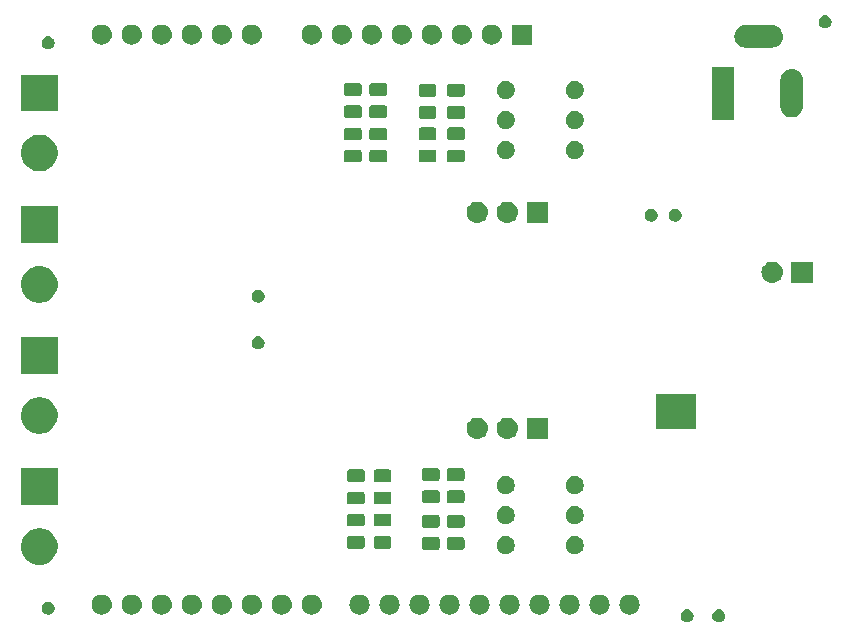
<source format=gbr>
G04 #@! TF.GenerationSoftware,KiCad,Pcbnew,5.1.3-ffb9f22~84~ubuntu19.04.1*
G04 #@! TF.CreationDate,2019-08-06T17:14:25+02:00*
G04 #@! TF.ProjectId,420-transmitter,3432302d-7472-4616-9e73-6d6974746572,rev?*
G04 #@! TF.SameCoordinates,Original*
G04 #@! TF.FileFunction,Soldermask,Bot*
G04 #@! TF.FilePolarity,Negative*
%FSLAX46Y46*%
G04 Gerber Fmt 4.6, Leading zero omitted, Abs format (unit mm)*
G04 Created by KiCad (PCBNEW 5.1.3-ffb9f22~84~ubuntu19.04.1) date 2019-08-06 17:14:25*
%MOMM*%
%LPD*%
G04 APERTURE LIST*
%ADD10C,0.100000*%
G04 APERTURE END LIST*
D10*
G36*
X196985000Y-90119800D02*
G01*
X193685000Y-90119800D01*
X193685000Y-87219800D01*
X196985000Y-87219800D01*
X196985000Y-90119800D01*
G37*
X196985000Y-90119800D02*
X193685000Y-90119800D01*
X193685000Y-87219800D01*
X196985000Y-87219800D01*
X196985000Y-90119800D01*
G36*
X199169721Y-105438974D02*
G01*
X199269995Y-105480509D01*
X199269996Y-105480510D01*
X199360242Y-105540810D01*
X199436990Y-105617558D01*
X199436991Y-105617560D01*
X199497291Y-105707805D01*
X199538826Y-105808079D01*
X199560000Y-105914530D01*
X199560000Y-106023070D01*
X199538826Y-106129521D01*
X199497291Y-106229795D01*
X199497290Y-106229796D01*
X199436990Y-106320042D01*
X199360242Y-106396790D01*
X199314812Y-106427145D01*
X199269995Y-106457091D01*
X199169721Y-106498626D01*
X199063270Y-106519800D01*
X198954730Y-106519800D01*
X198848279Y-106498626D01*
X198748005Y-106457091D01*
X198703188Y-106427145D01*
X198657758Y-106396790D01*
X198581010Y-106320042D01*
X198520710Y-106229796D01*
X198520709Y-106229795D01*
X198479174Y-106129521D01*
X198458000Y-106023070D01*
X198458000Y-105914530D01*
X198479174Y-105808079D01*
X198520709Y-105707805D01*
X198581009Y-105617560D01*
X198581010Y-105617558D01*
X198657758Y-105540810D01*
X198748004Y-105480510D01*
X198748005Y-105480509D01*
X198848279Y-105438974D01*
X198954730Y-105417800D01*
X199063270Y-105417800D01*
X199169721Y-105438974D01*
X199169721Y-105438974D01*
G37*
G36*
X196502721Y-105438974D02*
G01*
X196602995Y-105480509D01*
X196602996Y-105480510D01*
X196693242Y-105540810D01*
X196769990Y-105617558D01*
X196769991Y-105617560D01*
X196830291Y-105707805D01*
X196871826Y-105808079D01*
X196893000Y-105914530D01*
X196893000Y-106023070D01*
X196871826Y-106129521D01*
X196830291Y-106229795D01*
X196830290Y-106229796D01*
X196769990Y-106320042D01*
X196693242Y-106396790D01*
X196647812Y-106427145D01*
X196602995Y-106457091D01*
X196502721Y-106498626D01*
X196396270Y-106519800D01*
X196287730Y-106519800D01*
X196181279Y-106498626D01*
X196081005Y-106457091D01*
X196036188Y-106427145D01*
X195990758Y-106396790D01*
X195914010Y-106320042D01*
X195853710Y-106229796D01*
X195853709Y-106229795D01*
X195812174Y-106129521D01*
X195791000Y-106023070D01*
X195791000Y-105914530D01*
X195812174Y-105808079D01*
X195853709Y-105707805D01*
X195914009Y-105617560D01*
X195914010Y-105617558D01*
X195990758Y-105540810D01*
X196081004Y-105480510D01*
X196081005Y-105480509D01*
X196181279Y-105438974D01*
X196287730Y-105417800D01*
X196396270Y-105417800D01*
X196502721Y-105438974D01*
X196502721Y-105438974D01*
G37*
G36*
X142400721Y-104803974D02*
G01*
X142500995Y-104845509D01*
X142500996Y-104845510D01*
X142591242Y-104905810D01*
X142667990Y-104982558D01*
X142667991Y-104982560D01*
X142728291Y-105072805D01*
X142769826Y-105173079D01*
X142791000Y-105279530D01*
X142791000Y-105388070D01*
X142769826Y-105494521D01*
X142728291Y-105594795D01*
X142728290Y-105594796D01*
X142667990Y-105685042D01*
X142591242Y-105761790D01*
X142545812Y-105792145D01*
X142500995Y-105822091D01*
X142400721Y-105863626D01*
X142294270Y-105884800D01*
X142185730Y-105884800D01*
X142079279Y-105863626D01*
X141979005Y-105822091D01*
X141934188Y-105792145D01*
X141888758Y-105761790D01*
X141812010Y-105685042D01*
X141751710Y-105594796D01*
X141751709Y-105594795D01*
X141710174Y-105494521D01*
X141689000Y-105388070D01*
X141689000Y-105279530D01*
X141710174Y-105173079D01*
X141751709Y-105072805D01*
X141812009Y-104982560D01*
X141812010Y-104982558D01*
X141888758Y-104905810D01*
X141979004Y-104845510D01*
X141979005Y-104845509D01*
X142079279Y-104803974D01*
X142185730Y-104782800D01*
X142294270Y-104782800D01*
X142400721Y-104803974D01*
X142400721Y-104803974D01*
G37*
G36*
X176388023Y-104190313D02*
G01*
X176548442Y-104238976D01*
X176681106Y-104309886D01*
X176696278Y-104317996D01*
X176825859Y-104424341D01*
X176932204Y-104553922D01*
X176932205Y-104553924D01*
X177011224Y-104701758D01*
X177059887Y-104862177D01*
X177076317Y-105029000D01*
X177059887Y-105195823D01*
X177011224Y-105356242D01*
X176967003Y-105438974D01*
X176932204Y-105504078D01*
X176825859Y-105633659D01*
X176696278Y-105740004D01*
X176696276Y-105740005D01*
X176548442Y-105819024D01*
X176388023Y-105867687D01*
X176263004Y-105880000D01*
X176179396Y-105880000D01*
X176054377Y-105867687D01*
X175893958Y-105819024D01*
X175746124Y-105740005D01*
X175746122Y-105740004D01*
X175616541Y-105633659D01*
X175510196Y-105504078D01*
X175475397Y-105438974D01*
X175431176Y-105356242D01*
X175382513Y-105195823D01*
X175366083Y-105029000D01*
X175382513Y-104862177D01*
X175431176Y-104701758D01*
X175510195Y-104553924D01*
X175510196Y-104553922D01*
X175616541Y-104424341D01*
X175746122Y-104317996D01*
X175761294Y-104309886D01*
X175893958Y-104238976D01*
X176054377Y-104190313D01*
X176179396Y-104178000D01*
X176263004Y-104178000D01*
X176388023Y-104190313D01*
X176388023Y-104190313D01*
G37*
G36*
X149468023Y-104190313D02*
G01*
X149628442Y-104238976D01*
X149761106Y-104309886D01*
X149776278Y-104317996D01*
X149905859Y-104424341D01*
X150012204Y-104553922D01*
X150012205Y-104553924D01*
X150091224Y-104701758D01*
X150139887Y-104862177D01*
X150156317Y-105029000D01*
X150139887Y-105195823D01*
X150091224Y-105356242D01*
X150047003Y-105438974D01*
X150012204Y-105504078D01*
X149905859Y-105633659D01*
X149776278Y-105740004D01*
X149776276Y-105740005D01*
X149628442Y-105819024D01*
X149468023Y-105867687D01*
X149343004Y-105880000D01*
X149259396Y-105880000D01*
X149134377Y-105867687D01*
X148973958Y-105819024D01*
X148826124Y-105740005D01*
X148826122Y-105740004D01*
X148696541Y-105633659D01*
X148590196Y-105504078D01*
X148555397Y-105438974D01*
X148511176Y-105356242D01*
X148462513Y-105195823D01*
X148446083Y-105029000D01*
X148462513Y-104862177D01*
X148511176Y-104701758D01*
X148590195Y-104553924D01*
X148590196Y-104553922D01*
X148696541Y-104424341D01*
X148826122Y-104317996D01*
X148841294Y-104309886D01*
X148973958Y-104238976D01*
X149134377Y-104190313D01*
X149259396Y-104178000D01*
X149343004Y-104178000D01*
X149468023Y-104190313D01*
X149468023Y-104190313D01*
G37*
G36*
X146928023Y-104190313D02*
G01*
X147088442Y-104238976D01*
X147221106Y-104309886D01*
X147236278Y-104317996D01*
X147365859Y-104424341D01*
X147472204Y-104553922D01*
X147472205Y-104553924D01*
X147551224Y-104701758D01*
X147599887Y-104862177D01*
X147616317Y-105029000D01*
X147599887Y-105195823D01*
X147551224Y-105356242D01*
X147507003Y-105438974D01*
X147472204Y-105504078D01*
X147365859Y-105633659D01*
X147236278Y-105740004D01*
X147236276Y-105740005D01*
X147088442Y-105819024D01*
X146928023Y-105867687D01*
X146803004Y-105880000D01*
X146719396Y-105880000D01*
X146594377Y-105867687D01*
X146433958Y-105819024D01*
X146286124Y-105740005D01*
X146286122Y-105740004D01*
X146156541Y-105633659D01*
X146050196Y-105504078D01*
X146015397Y-105438974D01*
X145971176Y-105356242D01*
X145922513Y-105195823D01*
X145906083Y-105029000D01*
X145922513Y-104862177D01*
X145971176Y-104701758D01*
X146050195Y-104553924D01*
X146050196Y-104553922D01*
X146156541Y-104424341D01*
X146286122Y-104317996D01*
X146301294Y-104309886D01*
X146433958Y-104238976D01*
X146594377Y-104190313D01*
X146719396Y-104178000D01*
X146803004Y-104178000D01*
X146928023Y-104190313D01*
X146928023Y-104190313D01*
G37*
G36*
X186548023Y-104190313D02*
G01*
X186708442Y-104238976D01*
X186841106Y-104309886D01*
X186856278Y-104317996D01*
X186985859Y-104424341D01*
X187092204Y-104553922D01*
X187092205Y-104553924D01*
X187171224Y-104701758D01*
X187219887Y-104862177D01*
X187236317Y-105029000D01*
X187219887Y-105195823D01*
X187171224Y-105356242D01*
X187127003Y-105438974D01*
X187092204Y-105504078D01*
X186985859Y-105633659D01*
X186856278Y-105740004D01*
X186856276Y-105740005D01*
X186708442Y-105819024D01*
X186548023Y-105867687D01*
X186423004Y-105880000D01*
X186339396Y-105880000D01*
X186214377Y-105867687D01*
X186053958Y-105819024D01*
X185906124Y-105740005D01*
X185906122Y-105740004D01*
X185776541Y-105633659D01*
X185670196Y-105504078D01*
X185635397Y-105438974D01*
X185591176Y-105356242D01*
X185542513Y-105195823D01*
X185526083Y-105029000D01*
X185542513Y-104862177D01*
X185591176Y-104701758D01*
X185670195Y-104553924D01*
X185670196Y-104553922D01*
X185776541Y-104424341D01*
X185906122Y-104317996D01*
X185921294Y-104309886D01*
X186053958Y-104238976D01*
X186214377Y-104190313D01*
X186339396Y-104178000D01*
X186423004Y-104178000D01*
X186548023Y-104190313D01*
X186548023Y-104190313D01*
G37*
G36*
X184008023Y-104190313D02*
G01*
X184168442Y-104238976D01*
X184301106Y-104309886D01*
X184316278Y-104317996D01*
X184445859Y-104424341D01*
X184552204Y-104553922D01*
X184552205Y-104553924D01*
X184631224Y-104701758D01*
X184679887Y-104862177D01*
X184696317Y-105029000D01*
X184679887Y-105195823D01*
X184631224Y-105356242D01*
X184587003Y-105438974D01*
X184552204Y-105504078D01*
X184445859Y-105633659D01*
X184316278Y-105740004D01*
X184316276Y-105740005D01*
X184168442Y-105819024D01*
X184008023Y-105867687D01*
X183883004Y-105880000D01*
X183799396Y-105880000D01*
X183674377Y-105867687D01*
X183513958Y-105819024D01*
X183366124Y-105740005D01*
X183366122Y-105740004D01*
X183236541Y-105633659D01*
X183130196Y-105504078D01*
X183095397Y-105438974D01*
X183051176Y-105356242D01*
X183002513Y-105195823D01*
X182986083Y-105029000D01*
X183002513Y-104862177D01*
X183051176Y-104701758D01*
X183130195Y-104553924D01*
X183130196Y-104553922D01*
X183236541Y-104424341D01*
X183366122Y-104317996D01*
X183381294Y-104309886D01*
X183513958Y-104238976D01*
X183674377Y-104190313D01*
X183799396Y-104178000D01*
X183883004Y-104178000D01*
X184008023Y-104190313D01*
X184008023Y-104190313D01*
G37*
G36*
X181468023Y-104190313D02*
G01*
X181628442Y-104238976D01*
X181761106Y-104309886D01*
X181776278Y-104317996D01*
X181905859Y-104424341D01*
X182012204Y-104553922D01*
X182012205Y-104553924D01*
X182091224Y-104701758D01*
X182139887Y-104862177D01*
X182156317Y-105029000D01*
X182139887Y-105195823D01*
X182091224Y-105356242D01*
X182047003Y-105438974D01*
X182012204Y-105504078D01*
X181905859Y-105633659D01*
X181776278Y-105740004D01*
X181776276Y-105740005D01*
X181628442Y-105819024D01*
X181468023Y-105867687D01*
X181343004Y-105880000D01*
X181259396Y-105880000D01*
X181134377Y-105867687D01*
X180973958Y-105819024D01*
X180826124Y-105740005D01*
X180826122Y-105740004D01*
X180696541Y-105633659D01*
X180590196Y-105504078D01*
X180555397Y-105438974D01*
X180511176Y-105356242D01*
X180462513Y-105195823D01*
X180446083Y-105029000D01*
X180462513Y-104862177D01*
X180511176Y-104701758D01*
X180590195Y-104553924D01*
X180590196Y-104553922D01*
X180696541Y-104424341D01*
X180826122Y-104317996D01*
X180841294Y-104309886D01*
X180973958Y-104238976D01*
X181134377Y-104190313D01*
X181259396Y-104178000D01*
X181343004Y-104178000D01*
X181468023Y-104190313D01*
X181468023Y-104190313D01*
G37*
G36*
X178928023Y-104190313D02*
G01*
X179088442Y-104238976D01*
X179221106Y-104309886D01*
X179236278Y-104317996D01*
X179365859Y-104424341D01*
X179472204Y-104553922D01*
X179472205Y-104553924D01*
X179551224Y-104701758D01*
X179599887Y-104862177D01*
X179616317Y-105029000D01*
X179599887Y-105195823D01*
X179551224Y-105356242D01*
X179507003Y-105438974D01*
X179472204Y-105504078D01*
X179365859Y-105633659D01*
X179236278Y-105740004D01*
X179236276Y-105740005D01*
X179088442Y-105819024D01*
X178928023Y-105867687D01*
X178803004Y-105880000D01*
X178719396Y-105880000D01*
X178594377Y-105867687D01*
X178433958Y-105819024D01*
X178286124Y-105740005D01*
X178286122Y-105740004D01*
X178156541Y-105633659D01*
X178050196Y-105504078D01*
X178015397Y-105438974D01*
X177971176Y-105356242D01*
X177922513Y-105195823D01*
X177906083Y-105029000D01*
X177922513Y-104862177D01*
X177971176Y-104701758D01*
X178050195Y-104553924D01*
X178050196Y-104553922D01*
X178156541Y-104424341D01*
X178286122Y-104317996D01*
X178301294Y-104309886D01*
X178433958Y-104238976D01*
X178594377Y-104190313D01*
X178719396Y-104178000D01*
X178803004Y-104178000D01*
X178928023Y-104190313D01*
X178928023Y-104190313D01*
G37*
G36*
X173848023Y-104190313D02*
G01*
X174008442Y-104238976D01*
X174141106Y-104309886D01*
X174156278Y-104317996D01*
X174285859Y-104424341D01*
X174392204Y-104553922D01*
X174392205Y-104553924D01*
X174471224Y-104701758D01*
X174519887Y-104862177D01*
X174536317Y-105029000D01*
X174519887Y-105195823D01*
X174471224Y-105356242D01*
X174427003Y-105438974D01*
X174392204Y-105504078D01*
X174285859Y-105633659D01*
X174156278Y-105740004D01*
X174156276Y-105740005D01*
X174008442Y-105819024D01*
X173848023Y-105867687D01*
X173723004Y-105880000D01*
X173639396Y-105880000D01*
X173514377Y-105867687D01*
X173353958Y-105819024D01*
X173206124Y-105740005D01*
X173206122Y-105740004D01*
X173076541Y-105633659D01*
X172970196Y-105504078D01*
X172935397Y-105438974D01*
X172891176Y-105356242D01*
X172842513Y-105195823D01*
X172826083Y-105029000D01*
X172842513Y-104862177D01*
X172891176Y-104701758D01*
X172970195Y-104553924D01*
X172970196Y-104553922D01*
X173076541Y-104424341D01*
X173206122Y-104317996D01*
X173221294Y-104309886D01*
X173353958Y-104238976D01*
X173514377Y-104190313D01*
X173639396Y-104178000D01*
X173723004Y-104178000D01*
X173848023Y-104190313D01*
X173848023Y-104190313D01*
G37*
G36*
X171308023Y-104190313D02*
G01*
X171468442Y-104238976D01*
X171601106Y-104309886D01*
X171616278Y-104317996D01*
X171745859Y-104424341D01*
X171852204Y-104553922D01*
X171852205Y-104553924D01*
X171931224Y-104701758D01*
X171979887Y-104862177D01*
X171996317Y-105029000D01*
X171979887Y-105195823D01*
X171931224Y-105356242D01*
X171887003Y-105438974D01*
X171852204Y-105504078D01*
X171745859Y-105633659D01*
X171616278Y-105740004D01*
X171616276Y-105740005D01*
X171468442Y-105819024D01*
X171308023Y-105867687D01*
X171183004Y-105880000D01*
X171099396Y-105880000D01*
X170974377Y-105867687D01*
X170813958Y-105819024D01*
X170666124Y-105740005D01*
X170666122Y-105740004D01*
X170536541Y-105633659D01*
X170430196Y-105504078D01*
X170395397Y-105438974D01*
X170351176Y-105356242D01*
X170302513Y-105195823D01*
X170286083Y-105029000D01*
X170302513Y-104862177D01*
X170351176Y-104701758D01*
X170430195Y-104553924D01*
X170430196Y-104553922D01*
X170536541Y-104424341D01*
X170666122Y-104317996D01*
X170681294Y-104309886D01*
X170813958Y-104238976D01*
X170974377Y-104190313D01*
X171099396Y-104178000D01*
X171183004Y-104178000D01*
X171308023Y-104190313D01*
X171308023Y-104190313D01*
G37*
G36*
X168768023Y-104190313D02*
G01*
X168928442Y-104238976D01*
X169061106Y-104309886D01*
X169076278Y-104317996D01*
X169205859Y-104424341D01*
X169312204Y-104553922D01*
X169312205Y-104553924D01*
X169391224Y-104701758D01*
X169439887Y-104862177D01*
X169456317Y-105029000D01*
X169439887Y-105195823D01*
X169391224Y-105356242D01*
X169347003Y-105438974D01*
X169312204Y-105504078D01*
X169205859Y-105633659D01*
X169076278Y-105740004D01*
X169076276Y-105740005D01*
X168928442Y-105819024D01*
X168768023Y-105867687D01*
X168643004Y-105880000D01*
X168559396Y-105880000D01*
X168434377Y-105867687D01*
X168273958Y-105819024D01*
X168126124Y-105740005D01*
X168126122Y-105740004D01*
X167996541Y-105633659D01*
X167890196Y-105504078D01*
X167855397Y-105438974D01*
X167811176Y-105356242D01*
X167762513Y-105195823D01*
X167746083Y-105029000D01*
X167762513Y-104862177D01*
X167811176Y-104701758D01*
X167890195Y-104553924D01*
X167890196Y-104553922D01*
X167996541Y-104424341D01*
X168126122Y-104317996D01*
X168141294Y-104309886D01*
X168273958Y-104238976D01*
X168434377Y-104190313D01*
X168559396Y-104178000D01*
X168643004Y-104178000D01*
X168768023Y-104190313D01*
X168768023Y-104190313D01*
G37*
G36*
X164708023Y-104190313D02*
G01*
X164868442Y-104238976D01*
X165001106Y-104309886D01*
X165016278Y-104317996D01*
X165145859Y-104424341D01*
X165252204Y-104553922D01*
X165252205Y-104553924D01*
X165331224Y-104701758D01*
X165379887Y-104862177D01*
X165396317Y-105029000D01*
X165379887Y-105195823D01*
X165331224Y-105356242D01*
X165287003Y-105438974D01*
X165252204Y-105504078D01*
X165145859Y-105633659D01*
X165016278Y-105740004D01*
X165016276Y-105740005D01*
X164868442Y-105819024D01*
X164708023Y-105867687D01*
X164583004Y-105880000D01*
X164499396Y-105880000D01*
X164374377Y-105867687D01*
X164213958Y-105819024D01*
X164066124Y-105740005D01*
X164066122Y-105740004D01*
X163936541Y-105633659D01*
X163830196Y-105504078D01*
X163795397Y-105438974D01*
X163751176Y-105356242D01*
X163702513Y-105195823D01*
X163686083Y-105029000D01*
X163702513Y-104862177D01*
X163751176Y-104701758D01*
X163830195Y-104553924D01*
X163830196Y-104553922D01*
X163936541Y-104424341D01*
X164066122Y-104317996D01*
X164081294Y-104309886D01*
X164213958Y-104238976D01*
X164374377Y-104190313D01*
X164499396Y-104178000D01*
X164583004Y-104178000D01*
X164708023Y-104190313D01*
X164708023Y-104190313D01*
G37*
G36*
X162168023Y-104190313D02*
G01*
X162328442Y-104238976D01*
X162461106Y-104309886D01*
X162476278Y-104317996D01*
X162605859Y-104424341D01*
X162712204Y-104553922D01*
X162712205Y-104553924D01*
X162791224Y-104701758D01*
X162839887Y-104862177D01*
X162856317Y-105029000D01*
X162839887Y-105195823D01*
X162791224Y-105356242D01*
X162747003Y-105438974D01*
X162712204Y-105504078D01*
X162605859Y-105633659D01*
X162476278Y-105740004D01*
X162476276Y-105740005D01*
X162328442Y-105819024D01*
X162168023Y-105867687D01*
X162043004Y-105880000D01*
X161959396Y-105880000D01*
X161834377Y-105867687D01*
X161673958Y-105819024D01*
X161526124Y-105740005D01*
X161526122Y-105740004D01*
X161396541Y-105633659D01*
X161290196Y-105504078D01*
X161255397Y-105438974D01*
X161211176Y-105356242D01*
X161162513Y-105195823D01*
X161146083Y-105029000D01*
X161162513Y-104862177D01*
X161211176Y-104701758D01*
X161290195Y-104553924D01*
X161290196Y-104553922D01*
X161396541Y-104424341D01*
X161526122Y-104317996D01*
X161541294Y-104309886D01*
X161673958Y-104238976D01*
X161834377Y-104190313D01*
X161959396Y-104178000D01*
X162043004Y-104178000D01*
X162168023Y-104190313D01*
X162168023Y-104190313D01*
G37*
G36*
X159628023Y-104190313D02*
G01*
X159788442Y-104238976D01*
X159921106Y-104309886D01*
X159936278Y-104317996D01*
X160065859Y-104424341D01*
X160172204Y-104553922D01*
X160172205Y-104553924D01*
X160251224Y-104701758D01*
X160299887Y-104862177D01*
X160316317Y-105029000D01*
X160299887Y-105195823D01*
X160251224Y-105356242D01*
X160207003Y-105438974D01*
X160172204Y-105504078D01*
X160065859Y-105633659D01*
X159936278Y-105740004D01*
X159936276Y-105740005D01*
X159788442Y-105819024D01*
X159628023Y-105867687D01*
X159503004Y-105880000D01*
X159419396Y-105880000D01*
X159294377Y-105867687D01*
X159133958Y-105819024D01*
X158986124Y-105740005D01*
X158986122Y-105740004D01*
X158856541Y-105633659D01*
X158750196Y-105504078D01*
X158715397Y-105438974D01*
X158671176Y-105356242D01*
X158622513Y-105195823D01*
X158606083Y-105029000D01*
X158622513Y-104862177D01*
X158671176Y-104701758D01*
X158750195Y-104553924D01*
X158750196Y-104553922D01*
X158856541Y-104424341D01*
X158986122Y-104317996D01*
X159001294Y-104309886D01*
X159133958Y-104238976D01*
X159294377Y-104190313D01*
X159419396Y-104178000D01*
X159503004Y-104178000D01*
X159628023Y-104190313D01*
X159628023Y-104190313D01*
G37*
G36*
X157088023Y-104190313D02*
G01*
X157248442Y-104238976D01*
X157381106Y-104309886D01*
X157396278Y-104317996D01*
X157525859Y-104424341D01*
X157632204Y-104553922D01*
X157632205Y-104553924D01*
X157711224Y-104701758D01*
X157759887Y-104862177D01*
X157776317Y-105029000D01*
X157759887Y-105195823D01*
X157711224Y-105356242D01*
X157667003Y-105438974D01*
X157632204Y-105504078D01*
X157525859Y-105633659D01*
X157396278Y-105740004D01*
X157396276Y-105740005D01*
X157248442Y-105819024D01*
X157088023Y-105867687D01*
X156963004Y-105880000D01*
X156879396Y-105880000D01*
X156754377Y-105867687D01*
X156593958Y-105819024D01*
X156446124Y-105740005D01*
X156446122Y-105740004D01*
X156316541Y-105633659D01*
X156210196Y-105504078D01*
X156175397Y-105438974D01*
X156131176Y-105356242D01*
X156082513Y-105195823D01*
X156066083Y-105029000D01*
X156082513Y-104862177D01*
X156131176Y-104701758D01*
X156210195Y-104553924D01*
X156210196Y-104553922D01*
X156316541Y-104424341D01*
X156446122Y-104317996D01*
X156461294Y-104309886D01*
X156593958Y-104238976D01*
X156754377Y-104190313D01*
X156879396Y-104178000D01*
X156963004Y-104178000D01*
X157088023Y-104190313D01*
X157088023Y-104190313D01*
G37*
G36*
X154548023Y-104190313D02*
G01*
X154708442Y-104238976D01*
X154841106Y-104309886D01*
X154856278Y-104317996D01*
X154985859Y-104424341D01*
X155092204Y-104553922D01*
X155092205Y-104553924D01*
X155171224Y-104701758D01*
X155219887Y-104862177D01*
X155236317Y-105029000D01*
X155219887Y-105195823D01*
X155171224Y-105356242D01*
X155127003Y-105438974D01*
X155092204Y-105504078D01*
X154985859Y-105633659D01*
X154856278Y-105740004D01*
X154856276Y-105740005D01*
X154708442Y-105819024D01*
X154548023Y-105867687D01*
X154423004Y-105880000D01*
X154339396Y-105880000D01*
X154214377Y-105867687D01*
X154053958Y-105819024D01*
X153906124Y-105740005D01*
X153906122Y-105740004D01*
X153776541Y-105633659D01*
X153670196Y-105504078D01*
X153635397Y-105438974D01*
X153591176Y-105356242D01*
X153542513Y-105195823D01*
X153526083Y-105029000D01*
X153542513Y-104862177D01*
X153591176Y-104701758D01*
X153670195Y-104553924D01*
X153670196Y-104553922D01*
X153776541Y-104424341D01*
X153906122Y-104317996D01*
X153921294Y-104309886D01*
X154053958Y-104238976D01*
X154214377Y-104190313D01*
X154339396Y-104178000D01*
X154423004Y-104178000D01*
X154548023Y-104190313D01*
X154548023Y-104190313D01*
G37*
G36*
X152008023Y-104190313D02*
G01*
X152168442Y-104238976D01*
X152301106Y-104309886D01*
X152316278Y-104317996D01*
X152445859Y-104424341D01*
X152552204Y-104553922D01*
X152552205Y-104553924D01*
X152631224Y-104701758D01*
X152679887Y-104862177D01*
X152696317Y-105029000D01*
X152679887Y-105195823D01*
X152631224Y-105356242D01*
X152587003Y-105438974D01*
X152552204Y-105504078D01*
X152445859Y-105633659D01*
X152316278Y-105740004D01*
X152316276Y-105740005D01*
X152168442Y-105819024D01*
X152008023Y-105867687D01*
X151883004Y-105880000D01*
X151799396Y-105880000D01*
X151674377Y-105867687D01*
X151513958Y-105819024D01*
X151366124Y-105740005D01*
X151366122Y-105740004D01*
X151236541Y-105633659D01*
X151130196Y-105504078D01*
X151095397Y-105438974D01*
X151051176Y-105356242D01*
X151002513Y-105195823D01*
X150986083Y-105029000D01*
X151002513Y-104862177D01*
X151051176Y-104701758D01*
X151130195Y-104553924D01*
X151130196Y-104553922D01*
X151236541Y-104424341D01*
X151366122Y-104317996D01*
X151381294Y-104309886D01*
X151513958Y-104238976D01*
X151674377Y-104190313D01*
X151799396Y-104178000D01*
X151883004Y-104178000D01*
X152008023Y-104190313D01*
X152008023Y-104190313D01*
G37*
G36*
X189088023Y-104190313D02*
G01*
X189248442Y-104238976D01*
X189381106Y-104309886D01*
X189396278Y-104317996D01*
X189525859Y-104424341D01*
X189632204Y-104553922D01*
X189632205Y-104553924D01*
X189711224Y-104701758D01*
X189759887Y-104862177D01*
X189776317Y-105029000D01*
X189759887Y-105195823D01*
X189711224Y-105356242D01*
X189667003Y-105438974D01*
X189632204Y-105504078D01*
X189525859Y-105633659D01*
X189396278Y-105740004D01*
X189396276Y-105740005D01*
X189248442Y-105819024D01*
X189088023Y-105867687D01*
X188963004Y-105880000D01*
X188879396Y-105880000D01*
X188754377Y-105867687D01*
X188593958Y-105819024D01*
X188446124Y-105740005D01*
X188446122Y-105740004D01*
X188316541Y-105633659D01*
X188210196Y-105504078D01*
X188175397Y-105438974D01*
X188131176Y-105356242D01*
X188082513Y-105195823D01*
X188066083Y-105029000D01*
X188082513Y-104862177D01*
X188131176Y-104701758D01*
X188210195Y-104553924D01*
X188210196Y-104553922D01*
X188316541Y-104424341D01*
X188446122Y-104317996D01*
X188461294Y-104309886D01*
X188593958Y-104238976D01*
X188754377Y-104190313D01*
X188879396Y-104178000D01*
X188963004Y-104178000D01*
X189088023Y-104190313D01*
X189088023Y-104190313D01*
G37*
G36*
X191628023Y-104190313D02*
G01*
X191788442Y-104238976D01*
X191921106Y-104309886D01*
X191936278Y-104317996D01*
X192065859Y-104424341D01*
X192172204Y-104553922D01*
X192172205Y-104553924D01*
X192251224Y-104701758D01*
X192299887Y-104862177D01*
X192316317Y-105029000D01*
X192299887Y-105195823D01*
X192251224Y-105356242D01*
X192207003Y-105438974D01*
X192172204Y-105504078D01*
X192065859Y-105633659D01*
X191936278Y-105740004D01*
X191936276Y-105740005D01*
X191788442Y-105819024D01*
X191628023Y-105867687D01*
X191503004Y-105880000D01*
X191419396Y-105880000D01*
X191294377Y-105867687D01*
X191133958Y-105819024D01*
X190986124Y-105740005D01*
X190986122Y-105740004D01*
X190856541Y-105633659D01*
X190750196Y-105504078D01*
X190715397Y-105438974D01*
X190671176Y-105356242D01*
X190622513Y-105195823D01*
X190606083Y-105029000D01*
X190622513Y-104862177D01*
X190671176Y-104701758D01*
X190750195Y-104553924D01*
X190750196Y-104553922D01*
X190856541Y-104424341D01*
X190986122Y-104317996D01*
X191001294Y-104309886D01*
X191133958Y-104238976D01*
X191294377Y-104190313D01*
X191419396Y-104178000D01*
X191503004Y-104178000D01*
X191628023Y-104190313D01*
X191628023Y-104190313D01*
G37*
G36*
X141780585Y-98605602D02*
G01*
X141930410Y-98635404D01*
X142212674Y-98752321D01*
X142466705Y-98922059D01*
X142682741Y-99138095D01*
X142852479Y-99392126D01*
X142969396Y-99674390D01*
X142969396Y-99674391D01*
X143029000Y-99974039D01*
X143029000Y-100279561D01*
X143010711Y-100371504D01*
X142969396Y-100579210D01*
X142852479Y-100861474D01*
X142682741Y-101115505D01*
X142466705Y-101331541D01*
X142212674Y-101501279D01*
X141930410Y-101618196D01*
X141780585Y-101647998D01*
X141630761Y-101677800D01*
X141325239Y-101677800D01*
X141175415Y-101647998D01*
X141025590Y-101618196D01*
X140743326Y-101501279D01*
X140489295Y-101331541D01*
X140273259Y-101115505D01*
X140103521Y-100861474D01*
X139986604Y-100579210D01*
X139945289Y-100371504D01*
X139927000Y-100279561D01*
X139927000Y-99974039D01*
X139986604Y-99674391D01*
X139986604Y-99674390D01*
X140103521Y-99392126D01*
X140273259Y-99138095D01*
X140489295Y-98922059D01*
X140743326Y-98752321D01*
X141025590Y-98635404D01*
X141175415Y-98605602D01*
X141325239Y-98575800D01*
X141630761Y-98575800D01*
X141780585Y-98605602D01*
X141780585Y-98605602D01*
G37*
G36*
X181072557Y-99234295D02*
G01*
X181194893Y-99258629D01*
X181335206Y-99316748D01*
X181461484Y-99401125D01*
X181568875Y-99508516D01*
X181653252Y-99634794D01*
X181711371Y-99775107D01*
X181741000Y-99924063D01*
X181741000Y-100075937D01*
X181711371Y-100224893D01*
X181653252Y-100365206D01*
X181568875Y-100491484D01*
X181461484Y-100598875D01*
X181335206Y-100683252D01*
X181194893Y-100741371D01*
X181095589Y-100761124D01*
X181045938Y-100771000D01*
X180894062Y-100771000D01*
X180844411Y-100761124D01*
X180745107Y-100741371D01*
X180604794Y-100683252D01*
X180478516Y-100598875D01*
X180371125Y-100491484D01*
X180286748Y-100365206D01*
X180228629Y-100224893D01*
X180199000Y-100075937D01*
X180199000Y-99924063D01*
X180228629Y-99775107D01*
X180286748Y-99634794D01*
X180371125Y-99508516D01*
X180478516Y-99401125D01*
X180604794Y-99316748D01*
X180745107Y-99258629D01*
X180867443Y-99234295D01*
X180894062Y-99229000D01*
X181045938Y-99229000D01*
X181072557Y-99234295D01*
X181072557Y-99234295D01*
G37*
G36*
X186914557Y-99234295D02*
G01*
X187036893Y-99258629D01*
X187177206Y-99316748D01*
X187303484Y-99401125D01*
X187410875Y-99508516D01*
X187495252Y-99634794D01*
X187553371Y-99775107D01*
X187583000Y-99924063D01*
X187583000Y-100075937D01*
X187553371Y-100224893D01*
X187495252Y-100365206D01*
X187410875Y-100491484D01*
X187303484Y-100598875D01*
X187177206Y-100683252D01*
X187036893Y-100741371D01*
X186937589Y-100761124D01*
X186887938Y-100771000D01*
X186736062Y-100771000D01*
X186686411Y-100761124D01*
X186587107Y-100741371D01*
X186446794Y-100683252D01*
X186320516Y-100598875D01*
X186213125Y-100491484D01*
X186128748Y-100365206D01*
X186070629Y-100224893D01*
X186041000Y-100075937D01*
X186041000Y-99924063D01*
X186070629Y-99775107D01*
X186128748Y-99634794D01*
X186213125Y-99508516D01*
X186320516Y-99401125D01*
X186446794Y-99316748D01*
X186587107Y-99258629D01*
X186709443Y-99234295D01*
X186736062Y-99229000D01*
X186887938Y-99229000D01*
X186914557Y-99234295D01*
X186914557Y-99234295D01*
G37*
G36*
X175215268Y-99315365D02*
G01*
X175253938Y-99327096D01*
X175289577Y-99346146D01*
X175320817Y-99371783D01*
X175346454Y-99403023D01*
X175365504Y-99438662D01*
X175377235Y-99477332D01*
X175381800Y-99523688D01*
X175381800Y-100174912D01*
X175377235Y-100221268D01*
X175365504Y-100259938D01*
X175346454Y-100295577D01*
X175320817Y-100326817D01*
X175289577Y-100352454D01*
X175253938Y-100371504D01*
X175215268Y-100383235D01*
X175168912Y-100387800D01*
X174092688Y-100387800D01*
X174046332Y-100383235D01*
X174007662Y-100371504D01*
X173972023Y-100352454D01*
X173940783Y-100326817D01*
X173915146Y-100295577D01*
X173896096Y-100259938D01*
X173884365Y-100221268D01*
X173879800Y-100174912D01*
X173879800Y-99523688D01*
X173884365Y-99477332D01*
X173896096Y-99438662D01*
X173915146Y-99403023D01*
X173940783Y-99371783D01*
X173972023Y-99346146D01*
X174007662Y-99327096D01*
X174046332Y-99315365D01*
X174092688Y-99310800D01*
X175168912Y-99310800D01*
X175215268Y-99315365D01*
X175215268Y-99315365D01*
G37*
G36*
X177319268Y-99315365D02*
G01*
X177357938Y-99327096D01*
X177393577Y-99346146D01*
X177424817Y-99371783D01*
X177450454Y-99403023D01*
X177469504Y-99438662D01*
X177481235Y-99477332D01*
X177485800Y-99523688D01*
X177485800Y-100174912D01*
X177481235Y-100221268D01*
X177469504Y-100259938D01*
X177450454Y-100295577D01*
X177424817Y-100326817D01*
X177393577Y-100352454D01*
X177357938Y-100371504D01*
X177319268Y-100383235D01*
X177272912Y-100387800D01*
X176196688Y-100387800D01*
X176150332Y-100383235D01*
X176111662Y-100371504D01*
X176076023Y-100352454D01*
X176044783Y-100326817D01*
X176019146Y-100295577D01*
X176000096Y-100259938D01*
X175988365Y-100221268D01*
X175983800Y-100174912D01*
X175983800Y-99523688D01*
X175988365Y-99477332D01*
X176000096Y-99438662D01*
X176019146Y-99403023D01*
X176044783Y-99371783D01*
X176076023Y-99346146D01*
X176111662Y-99327096D01*
X176150332Y-99315365D01*
X176196688Y-99310800D01*
X177272912Y-99310800D01*
X177319268Y-99315365D01*
X177319268Y-99315365D01*
G37*
G36*
X171119268Y-99218365D02*
G01*
X171157938Y-99230096D01*
X171193577Y-99249146D01*
X171224817Y-99274783D01*
X171250454Y-99306023D01*
X171269504Y-99341662D01*
X171281235Y-99380332D01*
X171285800Y-99426688D01*
X171285800Y-100077912D01*
X171281235Y-100124268D01*
X171269504Y-100162938D01*
X171250454Y-100198577D01*
X171224817Y-100229817D01*
X171193577Y-100255454D01*
X171157938Y-100274504D01*
X171119268Y-100286235D01*
X171072912Y-100290800D01*
X169996688Y-100290800D01*
X169950332Y-100286235D01*
X169911662Y-100274504D01*
X169876023Y-100255454D01*
X169844783Y-100229817D01*
X169819146Y-100198577D01*
X169800096Y-100162938D01*
X169788365Y-100124268D01*
X169783800Y-100077912D01*
X169783800Y-99426688D01*
X169788365Y-99380332D01*
X169800096Y-99341662D01*
X169819146Y-99306023D01*
X169844783Y-99274783D01*
X169876023Y-99249146D01*
X169911662Y-99230096D01*
X169950332Y-99218365D01*
X169996688Y-99213800D01*
X171072912Y-99213800D01*
X171119268Y-99218365D01*
X171119268Y-99218365D01*
G37*
G36*
X168865268Y-99218365D02*
G01*
X168903938Y-99230096D01*
X168939577Y-99249146D01*
X168970817Y-99274783D01*
X168996454Y-99306023D01*
X169015504Y-99341662D01*
X169027235Y-99380332D01*
X169031800Y-99426688D01*
X169031800Y-100077912D01*
X169027235Y-100124268D01*
X169015504Y-100162938D01*
X168996454Y-100198577D01*
X168970817Y-100229817D01*
X168939577Y-100255454D01*
X168903938Y-100274504D01*
X168865268Y-100286235D01*
X168818912Y-100290800D01*
X167742688Y-100290800D01*
X167696332Y-100286235D01*
X167657662Y-100274504D01*
X167622023Y-100255454D01*
X167590783Y-100229817D01*
X167565146Y-100198577D01*
X167546096Y-100162938D01*
X167534365Y-100124268D01*
X167529800Y-100077912D01*
X167529800Y-99426688D01*
X167534365Y-99380332D01*
X167546096Y-99341662D01*
X167565146Y-99306023D01*
X167590783Y-99274783D01*
X167622023Y-99249146D01*
X167657662Y-99230096D01*
X167696332Y-99218365D01*
X167742688Y-99213800D01*
X168818912Y-99213800D01*
X168865268Y-99218365D01*
X168865268Y-99218365D01*
G37*
G36*
X177319268Y-97440365D02*
G01*
X177357938Y-97452096D01*
X177393577Y-97471146D01*
X177424817Y-97496783D01*
X177450454Y-97528023D01*
X177469504Y-97563662D01*
X177481235Y-97602332D01*
X177485800Y-97648688D01*
X177485800Y-98299912D01*
X177481235Y-98346268D01*
X177469504Y-98384938D01*
X177450454Y-98420577D01*
X177424817Y-98451817D01*
X177393577Y-98477454D01*
X177357938Y-98496504D01*
X177319268Y-98508235D01*
X177272912Y-98512800D01*
X176196688Y-98512800D01*
X176150332Y-98508235D01*
X176111662Y-98496504D01*
X176076023Y-98477454D01*
X176044783Y-98451817D01*
X176019146Y-98420577D01*
X176000096Y-98384938D01*
X175988365Y-98346268D01*
X175983800Y-98299912D01*
X175983800Y-97648688D01*
X175988365Y-97602332D01*
X176000096Y-97563662D01*
X176019146Y-97528023D01*
X176044783Y-97496783D01*
X176076023Y-97471146D01*
X176111662Y-97452096D01*
X176150332Y-97440365D01*
X176196688Y-97435800D01*
X177272912Y-97435800D01*
X177319268Y-97440365D01*
X177319268Y-97440365D01*
G37*
G36*
X175215268Y-97440365D02*
G01*
X175253938Y-97452096D01*
X175289577Y-97471146D01*
X175320817Y-97496783D01*
X175346454Y-97528023D01*
X175365504Y-97563662D01*
X175377235Y-97602332D01*
X175381800Y-97648688D01*
X175381800Y-98299912D01*
X175377235Y-98346268D01*
X175365504Y-98384938D01*
X175346454Y-98420577D01*
X175320817Y-98451817D01*
X175289577Y-98477454D01*
X175253938Y-98496504D01*
X175215268Y-98508235D01*
X175168912Y-98512800D01*
X174092688Y-98512800D01*
X174046332Y-98508235D01*
X174007662Y-98496504D01*
X173972023Y-98477454D01*
X173940783Y-98451817D01*
X173915146Y-98420577D01*
X173896096Y-98384938D01*
X173884365Y-98346268D01*
X173879800Y-98299912D01*
X173879800Y-97648688D01*
X173884365Y-97602332D01*
X173896096Y-97563662D01*
X173915146Y-97528023D01*
X173940783Y-97496783D01*
X173972023Y-97471146D01*
X174007662Y-97452096D01*
X174046332Y-97440365D01*
X174092688Y-97435800D01*
X175168912Y-97435800D01*
X175215268Y-97440365D01*
X175215268Y-97440365D01*
G37*
G36*
X168865268Y-97343365D02*
G01*
X168903938Y-97355096D01*
X168939577Y-97374146D01*
X168970817Y-97399783D01*
X168996454Y-97431023D01*
X169015504Y-97466662D01*
X169027235Y-97505332D01*
X169031800Y-97551688D01*
X169031800Y-98202912D01*
X169027235Y-98249268D01*
X169015504Y-98287938D01*
X168996454Y-98323577D01*
X168970817Y-98354817D01*
X168939577Y-98380454D01*
X168903938Y-98399504D01*
X168865268Y-98411235D01*
X168818912Y-98415800D01*
X167742688Y-98415800D01*
X167696332Y-98411235D01*
X167657662Y-98399504D01*
X167622023Y-98380454D01*
X167590783Y-98354817D01*
X167565146Y-98323577D01*
X167546096Y-98287938D01*
X167534365Y-98249268D01*
X167529800Y-98202912D01*
X167529800Y-97551688D01*
X167534365Y-97505332D01*
X167546096Y-97466662D01*
X167565146Y-97431023D01*
X167590783Y-97399783D01*
X167622023Y-97374146D01*
X167657662Y-97355096D01*
X167696332Y-97343365D01*
X167742688Y-97338800D01*
X168818912Y-97338800D01*
X168865268Y-97343365D01*
X168865268Y-97343365D01*
G37*
G36*
X171119268Y-97343365D02*
G01*
X171157938Y-97355096D01*
X171193577Y-97374146D01*
X171224817Y-97399783D01*
X171250454Y-97431023D01*
X171269504Y-97466662D01*
X171281235Y-97505332D01*
X171285800Y-97551688D01*
X171285800Y-98202912D01*
X171281235Y-98249268D01*
X171269504Y-98287938D01*
X171250454Y-98323577D01*
X171224817Y-98354817D01*
X171193577Y-98380454D01*
X171157938Y-98399504D01*
X171119268Y-98411235D01*
X171072912Y-98415800D01*
X169996688Y-98415800D01*
X169950332Y-98411235D01*
X169911662Y-98399504D01*
X169876023Y-98380454D01*
X169844783Y-98354817D01*
X169819146Y-98323577D01*
X169800096Y-98287938D01*
X169788365Y-98249268D01*
X169783800Y-98202912D01*
X169783800Y-97551688D01*
X169788365Y-97505332D01*
X169800096Y-97466662D01*
X169819146Y-97431023D01*
X169844783Y-97399783D01*
X169876023Y-97374146D01*
X169911662Y-97355096D01*
X169950332Y-97343365D01*
X169996688Y-97338800D01*
X171072912Y-97338800D01*
X171119268Y-97343365D01*
X171119268Y-97343365D01*
G37*
G36*
X181095589Y-96698876D02*
G01*
X181194893Y-96718629D01*
X181335206Y-96776748D01*
X181461484Y-96861125D01*
X181568875Y-96968516D01*
X181653252Y-97094794D01*
X181711371Y-97235107D01*
X181711371Y-97235109D01*
X181739028Y-97374146D01*
X181741000Y-97384063D01*
X181741000Y-97535937D01*
X181711371Y-97684893D01*
X181653252Y-97825206D01*
X181568875Y-97951484D01*
X181461484Y-98058875D01*
X181335206Y-98143252D01*
X181194893Y-98201371D01*
X181095589Y-98221124D01*
X181045938Y-98231000D01*
X180894062Y-98231000D01*
X180844411Y-98221124D01*
X180745107Y-98201371D01*
X180604794Y-98143252D01*
X180478516Y-98058875D01*
X180371125Y-97951484D01*
X180286748Y-97825206D01*
X180228629Y-97684893D01*
X180199000Y-97535937D01*
X180199000Y-97384063D01*
X180200973Y-97374146D01*
X180228629Y-97235109D01*
X180228629Y-97235107D01*
X180286748Y-97094794D01*
X180371125Y-96968516D01*
X180478516Y-96861125D01*
X180604794Y-96776748D01*
X180745107Y-96718629D01*
X180844411Y-96698876D01*
X180894062Y-96689000D01*
X181045938Y-96689000D01*
X181095589Y-96698876D01*
X181095589Y-96698876D01*
G37*
G36*
X186937589Y-96698876D02*
G01*
X187036893Y-96718629D01*
X187177206Y-96776748D01*
X187303484Y-96861125D01*
X187410875Y-96968516D01*
X187495252Y-97094794D01*
X187553371Y-97235107D01*
X187553371Y-97235109D01*
X187581028Y-97374146D01*
X187583000Y-97384063D01*
X187583000Y-97535937D01*
X187553371Y-97684893D01*
X187495252Y-97825206D01*
X187410875Y-97951484D01*
X187303484Y-98058875D01*
X187177206Y-98143252D01*
X187036893Y-98201371D01*
X186937589Y-98221124D01*
X186887938Y-98231000D01*
X186736062Y-98231000D01*
X186686411Y-98221124D01*
X186587107Y-98201371D01*
X186446794Y-98143252D01*
X186320516Y-98058875D01*
X186213125Y-97951484D01*
X186128748Y-97825206D01*
X186070629Y-97684893D01*
X186041000Y-97535937D01*
X186041000Y-97384063D01*
X186042973Y-97374146D01*
X186070629Y-97235109D01*
X186070629Y-97235107D01*
X186128748Y-97094794D01*
X186213125Y-96968516D01*
X186320516Y-96861125D01*
X186446794Y-96776748D01*
X186587107Y-96718629D01*
X186686411Y-96698876D01*
X186736062Y-96689000D01*
X186887938Y-96689000D01*
X186937589Y-96698876D01*
X186937589Y-96698876D01*
G37*
G36*
X143029000Y-96597800D02*
G01*
X139927000Y-96597800D01*
X139927000Y-93495800D01*
X143029000Y-93495800D01*
X143029000Y-96597800D01*
X143029000Y-96597800D01*
G37*
G36*
X168865268Y-95464365D02*
G01*
X168903938Y-95476096D01*
X168939577Y-95495146D01*
X168970817Y-95520783D01*
X168996454Y-95552023D01*
X169015504Y-95587662D01*
X169027235Y-95626332D01*
X169031800Y-95672688D01*
X169031800Y-96323912D01*
X169027235Y-96370268D01*
X169015504Y-96408938D01*
X168996454Y-96444577D01*
X168970817Y-96475817D01*
X168939577Y-96501454D01*
X168903938Y-96520504D01*
X168865268Y-96532235D01*
X168818912Y-96536800D01*
X167742688Y-96536800D01*
X167696332Y-96532235D01*
X167657662Y-96520504D01*
X167622023Y-96501454D01*
X167590783Y-96475817D01*
X167565146Y-96444577D01*
X167546096Y-96408938D01*
X167534365Y-96370268D01*
X167529800Y-96323912D01*
X167529800Y-95672688D01*
X167534365Y-95626332D01*
X167546096Y-95587662D01*
X167565146Y-95552023D01*
X167590783Y-95520783D01*
X167622023Y-95495146D01*
X167657662Y-95476096D01*
X167696332Y-95464365D01*
X167742688Y-95459800D01*
X168818912Y-95459800D01*
X168865268Y-95464365D01*
X168865268Y-95464365D01*
G37*
G36*
X171119268Y-95464365D02*
G01*
X171157938Y-95476096D01*
X171193577Y-95495146D01*
X171224817Y-95520783D01*
X171250454Y-95552023D01*
X171269504Y-95587662D01*
X171281235Y-95626332D01*
X171285800Y-95672688D01*
X171285800Y-96323912D01*
X171281235Y-96370268D01*
X171269504Y-96408938D01*
X171250454Y-96444577D01*
X171224817Y-96475817D01*
X171193577Y-96501454D01*
X171157938Y-96520504D01*
X171119268Y-96532235D01*
X171072912Y-96536800D01*
X169996688Y-96536800D01*
X169950332Y-96532235D01*
X169911662Y-96520504D01*
X169876023Y-96501454D01*
X169844783Y-96475817D01*
X169819146Y-96444577D01*
X169800096Y-96408938D01*
X169788365Y-96370268D01*
X169783800Y-96323912D01*
X169783800Y-95672688D01*
X169788365Y-95626332D01*
X169800096Y-95587662D01*
X169819146Y-95552023D01*
X169844783Y-95520783D01*
X169876023Y-95495146D01*
X169911662Y-95476096D01*
X169950332Y-95464365D01*
X169996688Y-95459800D01*
X171072912Y-95459800D01*
X171119268Y-95464365D01*
X171119268Y-95464365D01*
G37*
G36*
X177319268Y-95361365D02*
G01*
X177357938Y-95373096D01*
X177393577Y-95392146D01*
X177424817Y-95417783D01*
X177450454Y-95449023D01*
X177469504Y-95484662D01*
X177481235Y-95523332D01*
X177485800Y-95569688D01*
X177485800Y-96220912D01*
X177481235Y-96267268D01*
X177469504Y-96305938D01*
X177450454Y-96341577D01*
X177424817Y-96372817D01*
X177393577Y-96398454D01*
X177357938Y-96417504D01*
X177319268Y-96429235D01*
X177272912Y-96433800D01*
X176196688Y-96433800D01*
X176150332Y-96429235D01*
X176111662Y-96417504D01*
X176076023Y-96398454D01*
X176044783Y-96372817D01*
X176019146Y-96341577D01*
X176000096Y-96305938D01*
X175988365Y-96267268D01*
X175983800Y-96220912D01*
X175983800Y-95569688D01*
X175988365Y-95523332D01*
X176000096Y-95484662D01*
X176019146Y-95449023D01*
X176044783Y-95417783D01*
X176076023Y-95392146D01*
X176111662Y-95373096D01*
X176150332Y-95361365D01*
X176196688Y-95356800D01*
X177272912Y-95356800D01*
X177319268Y-95361365D01*
X177319268Y-95361365D01*
G37*
G36*
X175215268Y-95361365D02*
G01*
X175253938Y-95373096D01*
X175289577Y-95392146D01*
X175320817Y-95417783D01*
X175346454Y-95449023D01*
X175365504Y-95484662D01*
X175377235Y-95523332D01*
X175381800Y-95569688D01*
X175381800Y-96220912D01*
X175377235Y-96267268D01*
X175365504Y-96305938D01*
X175346454Y-96341577D01*
X175320817Y-96372817D01*
X175289577Y-96398454D01*
X175253938Y-96417504D01*
X175215268Y-96429235D01*
X175168912Y-96433800D01*
X174092688Y-96433800D01*
X174046332Y-96429235D01*
X174007662Y-96417504D01*
X173972023Y-96398454D01*
X173940783Y-96372817D01*
X173915146Y-96341577D01*
X173896096Y-96305938D01*
X173884365Y-96267268D01*
X173879800Y-96220912D01*
X173879800Y-95569688D01*
X173884365Y-95523332D01*
X173896096Y-95484662D01*
X173915146Y-95449023D01*
X173940783Y-95417783D01*
X173972023Y-95392146D01*
X174007662Y-95373096D01*
X174046332Y-95361365D01*
X174092688Y-95356800D01*
X175168912Y-95356800D01*
X175215268Y-95361365D01*
X175215268Y-95361365D01*
G37*
G36*
X181095589Y-94158876D02*
G01*
X181194893Y-94178629D01*
X181335206Y-94236748D01*
X181461484Y-94321125D01*
X181568875Y-94428516D01*
X181653252Y-94554794D01*
X181711371Y-94695107D01*
X181741000Y-94844063D01*
X181741000Y-94995937D01*
X181711371Y-95144893D01*
X181653252Y-95285206D01*
X181568875Y-95411484D01*
X181461484Y-95518875D01*
X181335206Y-95603252D01*
X181194893Y-95661371D01*
X181118723Y-95676522D01*
X181045938Y-95691000D01*
X180894062Y-95691000D01*
X180821277Y-95676522D01*
X180745107Y-95661371D01*
X180604794Y-95603252D01*
X180478516Y-95518875D01*
X180371125Y-95411484D01*
X180286748Y-95285206D01*
X180228629Y-95144893D01*
X180199000Y-94995937D01*
X180199000Y-94844063D01*
X180228629Y-94695107D01*
X180286748Y-94554794D01*
X180371125Y-94428516D01*
X180478516Y-94321125D01*
X180604794Y-94236748D01*
X180745107Y-94178629D01*
X180844411Y-94158876D01*
X180894062Y-94149000D01*
X181045938Y-94149000D01*
X181095589Y-94158876D01*
X181095589Y-94158876D01*
G37*
G36*
X186937589Y-94158876D02*
G01*
X187036893Y-94178629D01*
X187177206Y-94236748D01*
X187303484Y-94321125D01*
X187410875Y-94428516D01*
X187495252Y-94554794D01*
X187553371Y-94695107D01*
X187583000Y-94844063D01*
X187583000Y-94995937D01*
X187553371Y-95144893D01*
X187495252Y-95285206D01*
X187410875Y-95411484D01*
X187303484Y-95518875D01*
X187177206Y-95603252D01*
X187036893Y-95661371D01*
X186960723Y-95676522D01*
X186887938Y-95691000D01*
X186736062Y-95691000D01*
X186663277Y-95676522D01*
X186587107Y-95661371D01*
X186446794Y-95603252D01*
X186320516Y-95518875D01*
X186213125Y-95411484D01*
X186128748Y-95285206D01*
X186070629Y-95144893D01*
X186041000Y-94995937D01*
X186041000Y-94844063D01*
X186070629Y-94695107D01*
X186128748Y-94554794D01*
X186213125Y-94428516D01*
X186320516Y-94321125D01*
X186446794Y-94236748D01*
X186587107Y-94178629D01*
X186686411Y-94158876D01*
X186736062Y-94149000D01*
X186887938Y-94149000D01*
X186937589Y-94158876D01*
X186937589Y-94158876D01*
G37*
G36*
X171119268Y-93589365D02*
G01*
X171157938Y-93601096D01*
X171193577Y-93620146D01*
X171224817Y-93645783D01*
X171250454Y-93677023D01*
X171269504Y-93712662D01*
X171281235Y-93751332D01*
X171285800Y-93797688D01*
X171285800Y-94448912D01*
X171281235Y-94495268D01*
X171269504Y-94533938D01*
X171250454Y-94569577D01*
X171224817Y-94600817D01*
X171193577Y-94626454D01*
X171157938Y-94645504D01*
X171119268Y-94657235D01*
X171072912Y-94661800D01*
X169996688Y-94661800D01*
X169950332Y-94657235D01*
X169911662Y-94645504D01*
X169876023Y-94626454D01*
X169844783Y-94600817D01*
X169819146Y-94569577D01*
X169800096Y-94533938D01*
X169788365Y-94495268D01*
X169783800Y-94448912D01*
X169783800Y-93797688D01*
X169788365Y-93751332D01*
X169800096Y-93712662D01*
X169819146Y-93677023D01*
X169844783Y-93645783D01*
X169876023Y-93620146D01*
X169911662Y-93601096D01*
X169950332Y-93589365D01*
X169996688Y-93584800D01*
X171072912Y-93584800D01*
X171119268Y-93589365D01*
X171119268Y-93589365D01*
G37*
G36*
X168865268Y-93589365D02*
G01*
X168903938Y-93601096D01*
X168939577Y-93620146D01*
X168970817Y-93645783D01*
X168996454Y-93677023D01*
X169015504Y-93712662D01*
X169027235Y-93751332D01*
X169031800Y-93797688D01*
X169031800Y-94448912D01*
X169027235Y-94495268D01*
X169015504Y-94533938D01*
X168996454Y-94569577D01*
X168970817Y-94600817D01*
X168939577Y-94626454D01*
X168903938Y-94645504D01*
X168865268Y-94657235D01*
X168818912Y-94661800D01*
X167742688Y-94661800D01*
X167696332Y-94657235D01*
X167657662Y-94645504D01*
X167622023Y-94626454D01*
X167590783Y-94600817D01*
X167565146Y-94569577D01*
X167546096Y-94533938D01*
X167534365Y-94495268D01*
X167529800Y-94448912D01*
X167529800Y-93797688D01*
X167534365Y-93751332D01*
X167546096Y-93712662D01*
X167565146Y-93677023D01*
X167590783Y-93645783D01*
X167622023Y-93620146D01*
X167657662Y-93601096D01*
X167696332Y-93589365D01*
X167742688Y-93584800D01*
X168818912Y-93584800D01*
X168865268Y-93589365D01*
X168865268Y-93589365D01*
G37*
G36*
X177319268Y-93486365D02*
G01*
X177357938Y-93498096D01*
X177393577Y-93517146D01*
X177424817Y-93542783D01*
X177450454Y-93574023D01*
X177469504Y-93609662D01*
X177481235Y-93648332D01*
X177485800Y-93694688D01*
X177485800Y-94345912D01*
X177481235Y-94392268D01*
X177469504Y-94430938D01*
X177450454Y-94466577D01*
X177424817Y-94497817D01*
X177393577Y-94523454D01*
X177357938Y-94542504D01*
X177319268Y-94554235D01*
X177272912Y-94558800D01*
X176196688Y-94558800D01*
X176150332Y-94554235D01*
X176111662Y-94542504D01*
X176076023Y-94523454D01*
X176044783Y-94497817D01*
X176019146Y-94466577D01*
X176000096Y-94430938D01*
X175988365Y-94392268D01*
X175983800Y-94345912D01*
X175983800Y-93694688D01*
X175988365Y-93648332D01*
X176000096Y-93609662D01*
X176019146Y-93574023D01*
X176044783Y-93542783D01*
X176076023Y-93517146D01*
X176111662Y-93498096D01*
X176150332Y-93486365D01*
X176196688Y-93481800D01*
X177272912Y-93481800D01*
X177319268Y-93486365D01*
X177319268Y-93486365D01*
G37*
G36*
X175215268Y-93486365D02*
G01*
X175253938Y-93498096D01*
X175289577Y-93517146D01*
X175320817Y-93542783D01*
X175346454Y-93574023D01*
X175365504Y-93609662D01*
X175377235Y-93648332D01*
X175381800Y-93694688D01*
X175381800Y-94345912D01*
X175377235Y-94392268D01*
X175365504Y-94430938D01*
X175346454Y-94466577D01*
X175320817Y-94497817D01*
X175289577Y-94523454D01*
X175253938Y-94542504D01*
X175215268Y-94554235D01*
X175168912Y-94558800D01*
X174092688Y-94558800D01*
X174046332Y-94554235D01*
X174007662Y-94542504D01*
X173972023Y-94523454D01*
X173940783Y-94497817D01*
X173915146Y-94466577D01*
X173896096Y-94430938D01*
X173884365Y-94392268D01*
X173879800Y-94345912D01*
X173879800Y-93694688D01*
X173884365Y-93648332D01*
X173896096Y-93609662D01*
X173915146Y-93574023D01*
X173940783Y-93542783D01*
X173972023Y-93517146D01*
X174007662Y-93498096D01*
X174046332Y-93486365D01*
X174092688Y-93481800D01*
X175168912Y-93481800D01*
X175215268Y-93486365D01*
X175215268Y-93486365D01*
G37*
G36*
X178672443Y-89199319D02*
G01*
X178738627Y-89205837D01*
X178908466Y-89257357D01*
X179064991Y-89341022D01*
X179100729Y-89370352D01*
X179202186Y-89453614D01*
X179285448Y-89555071D01*
X179314778Y-89590809D01*
X179398443Y-89747334D01*
X179449963Y-89917173D01*
X179467359Y-90093800D01*
X179449963Y-90270427D01*
X179398443Y-90440266D01*
X179314778Y-90596791D01*
X179285448Y-90632529D01*
X179202186Y-90733986D01*
X179100729Y-90817248D01*
X179064991Y-90846578D01*
X178908466Y-90930243D01*
X178738627Y-90981763D01*
X178672443Y-90988281D01*
X178606260Y-90994800D01*
X178517740Y-90994800D01*
X178451557Y-90988281D01*
X178385373Y-90981763D01*
X178215534Y-90930243D01*
X178059009Y-90846578D01*
X178023271Y-90817248D01*
X177921814Y-90733986D01*
X177838552Y-90632529D01*
X177809222Y-90596791D01*
X177725557Y-90440266D01*
X177674037Y-90270427D01*
X177656641Y-90093800D01*
X177674037Y-89917173D01*
X177725557Y-89747334D01*
X177809222Y-89590809D01*
X177838552Y-89555071D01*
X177921814Y-89453614D01*
X178023271Y-89370352D01*
X178059009Y-89341022D01*
X178215534Y-89257357D01*
X178385373Y-89205837D01*
X178451558Y-89199318D01*
X178517740Y-89192800D01*
X178606260Y-89192800D01*
X178672443Y-89199319D01*
X178672443Y-89199319D01*
G37*
G36*
X184543000Y-90994800D02*
G01*
X182741000Y-90994800D01*
X182741000Y-89192800D01*
X184543000Y-89192800D01*
X184543000Y-90994800D01*
X184543000Y-90994800D01*
G37*
G36*
X181212443Y-89199319D02*
G01*
X181278627Y-89205837D01*
X181448466Y-89257357D01*
X181604991Y-89341022D01*
X181640729Y-89370352D01*
X181742186Y-89453614D01*
X181825448Y-89555071D01*
X181854778Y-89590809D01*
X181938443Y-89747334D01*
X181989963Y-89917173D01*
X182007359Y-90093800D01*
X181989963Y-90270427D01*
X181938443Y-90440266D01*
X181854778Y-90596791D01*
X181825448Y-90632529D01*
X181742186Y-90733986D01*
X181640729Y-90817248D01*
X181604991Y-90846578D01*
X181448466Y-90930243D01*
X181278627Y-90981763D01*
X181212443Y-90988281D01*
X181146260Y-90994800D01*
X181057740Y-90994800D01*
X180991557Y-90988281D01*
X180925373Y-90981763D01*
X180755534Y-90930243D01*
X180599009Y-90846578D01*
X180563271Y-90817248D01*
X180461814Y-90733986D01*
X180378552Y-90632529D01*
X180349222Y-90596791D01*
X180265557Y-90440266D01*
X180214037Y-90270427D01*
X180196641Y-90093800D01*
X180214037Y-89917173D01*
X180265557Y-89747334D01*
X180349222Y-89590809D01*
X180378552Y-89555071D01*
X180461814Y-89453614D01*
X180563271Y-89370352D01*
X180599009Y-89341022D01*
X180755534Y-89257357D01*
X180925373Y-89205837D01*
X180991558Y-89199318D01*
X181057740Y-89192800D01*
X181146260Y-89192800D01*
X181212443Y-89199319D01*
X181212443Y-89199319D01*
G37*
G36*
X141780585Y-87497334D02*
G01*
X141930410Y-87527136D01*
X142212674Y-87644053D01*
X142466705Y-87813791D01*
X142682741Y-88029827D01*
X142852479Y-88283858D01*
X142969396Y-88566122D01*
X142969396Y-88566123D01*
X143029000Y-88865771D01*
X143029000Y-89171293D01*
X142999198Y-89321117D01*
X142969396Y-89470942D01*
X142852479Y-89753206D01*
X142682741Y-90007237D01*
X142466705Y-90223273D01*
X142212674Y-90393011D01*
X141930410Y-90509928D01*
X141780585Y-90539730D01*
X141630761Y-90569532D01*
X141325239Y-90569532D01*
X141175415Y-90539730D01*
X141025590Y-90509928D01*
X140743326Y-90393011D01*
X140489295Y-90223273D01*
X140273259Y-90007237D01*
X140103521Y-89753206D01*
X139986604Y-89470942D01*
X139956802Y-89321117D01*
X139927000Y-89171293D01*
X139927000Y-88865771D01*
X139986604Y-88566123D01*
X139986604Y-88566122D01*
X140103521Y-88283858D01*
X140273259Y-88029827D01*
X140489295Y-87813791D01*
X140743326Y-87644053D01*
X141025590Y-87527136D01*
X141175415Y-87497334D01*
X141325239Y-87467532D01*
X141630761Y-87467532D01*
X141780585Y-87497334D01*
X141780585Y-87497334D01*
G37*
G36*
X143029000Y-85489532D02*
G01*
X139927000Y-85489532D01*
X139927000Y-82387532D01*
X143029000Y-82387532D01*
X143029000Y-85489532D01*
X143029000Y-85489532D01*
G37*
G36*
X160180721Y-82324974D02*
G01*
X160280995Y-82366509D01*
X160280996Y-82366510D01*
X160371242Y-82426810D01*
X160447990Y-82503558D01*
X160447991Y-82503560D01*
X160508291Y-82593805D01*
X160549826Y-82694079D01*
X160571000Y-82800530D01*
X160571000Y-82909070D01*
X160549826Y-83015521D01*
X160508291Y-83115795D01*
X160508290Y-83115796D01*
X160447990Y-83206042D01*
X160371242Y-83282790D01*
X160325812Y-83313145D01*
X160280995Y-83343091D01*
X160180721Y-83384626D01*
X160074270Y-83405800D01*
X159965730Y-83405800D01*
X159859279Y-83384626D01*
X159759005Y-83343091D01*
X159714188Y-83313145D01*
X159668758Y-83282790D01*
X159592010Y-83206042D01*
X159531710Y-83115796D01*
X159531709Y-83115795D01*
X159490174Y-83015521D01*
X159469000Y-82909070D01*
X159469000Y-82800530D01*
X159490174Y-82694079D01*
X159531709Y-82593805D01*
X159592009Y-82503560D01*
X159592010Y-82503558D01*
X159668758Y-82426810D01*
X159759004Y-82366510D01*
X159759005Y-82366509D01*
X159859279Y-82324974D01*
X159965730Y-82303800D01*
X160074270Y-82303800D01*
X160180721Y-82324974D01*
X160180721Y-82324974D01*
G37*
G36*
X160180721Y-78387974D02*
G01*
X160280995Y-78429509D01*
X160280996Y-78429510D01*
X160371242Y-78489810D01*
X160447990Y-78566558D01*
X160447991Y-78566560D01*
X160508291Y-78656805D01*
X160549826Y-78757079D01*
X160571000Y-78863530D01*
X160571000Y-78972070D01*
X160549826Y-79078521D01*
X160508291Y-79178795D01*
X160508290Y-79178796D01*
X160447990Y-79269042D01*
X160371242Y-79345790D01*
X160325812Y-79376145D01*
X160280995Y-79406091D01*
X160180721Y-79447626D01*
X160074270Y-79468800D01*
X159965730Y-79468800D01*
X159859279Y-79447626D01*
X159759005Y-79406091D01*
X159714188Y-79376145D01*
X159668758Y-79345790D01*
X159592010Y-79269042D01*
X159531710Y-79178796D01*
X159531709Y-79178795D01*
X159490174Y-79078521D01*
X159469000Y-78972070D01*
X159469000Y-78863530D01*
X159490174Y-78757079D01*
X159531709Y-78656805D01*
X159592009Y-78566560D01*
X159592010Y-78566558D01*
X159668758Y-78489810D01*
X159759004Y-78429510D01*
X159759005Y-78429509D01*
X159859279Y-78387974D01*
X159965730Y-78366800D01*
X160074270Y-78366800D01*
X160180721Y-78387974D01*
X160180721Y-78387974D01*
G37*
G36*
X141730015Y-76379009D02*
G01*
X141930410Y-76418870D01*
X142212674Y-76535787D01*
X142466705Y-76705525D01*
X142682741Y-76921561D01*
X142852479Y-77175592D01*
X142969396Y-77457856D01*
X143029000Y-77757506D01*
X143029000Y-78063026D01*
X142969396Y-78362676D01*
X142852479Y-78644940D01*
X142682741Y-78898971D01*
X142466705Y-79115007D01*
X142212674Y-79284745D01*
X141930410Y-79401662D01*
X141780585Y-79431464D01*
X141630761Y-79461266D01*
X141325239Y-79461266D01*
X141175415Y-79431464D01*
X141025590Y-79401662D01*
X140743326Y-79284745D01*
X140489295Y-79115007D01*
X140273259Y-78898971D01*
X140103521Y-78644940D01*
X139986604Y-78362676D01*
X139927000Y-78063026D01*
X139927000Y-77757506D01*
X139986604Y-77457856D01*
X140103521Y-77175592D01*
X140273259Y-76921561D01*
X140489295Y-76705525D01*
X140743326Y-76535787D01*
X141025590Y-76418870D01*
X141225985Y-76379009D01*
X141325239Y-76359266D01*
X141630761Y-76359266D01*
X141730015Y-76379009D01*
X141730015Y-76379009D01*
G37*
G36*
X203636443Y-75987519D02*
G01*
X203702627Y-75994037D01*
X203872466Y-76045557D01*
X204028991Y-76129222D01*
X204064729Y-76158552D01*
X204166186Y-76241814D01*
X204249448Y-76343271D01*
X204278778Y-76379009D01*
X204362443Y-76535534D01*
X204413963Y-76705373D01*
X204431359Y-76882000D01*
X204413963Y-77058627D01*
X204362443Y-77228466D01*
X204278778Y-77384991D01*
X204249448Y-77420729D01*
X204166186Y-77522186D01*
X204064729Y-77605448D01*
X204028991Y-77634778D01*
X203872466Y-77718443D01*
X203702627Y-77769963D01*
X203636443Y-77776481D01*
X203570260Y-77783000D01*
X203481740Y-77783000D01*
X203415557Y-77776481D01*
X203349373Y-77769963D01*
X203179534Y-77718443D01*
X203023009Y-77634778D01*
X202987271Y-77605448D01*
X202885814Y-77522186D01*
X202802552Y-77420729D01*
X202773222Y-77384991D01*
X202689557Y-77228466D01*
X202638037Y-77058627D01*
X202620641Y-76882000D01*
X202638037Y-76705373D01*
X202689557Y-76535534D01*
X202773222Y-76379009D01*
X202802552Y-76343271D01*
X202885814Y-76241814D01*
X202987271Y-76158552D01*
X203023009Y-76129222D01*
X203179534Y-76045557D01*
X203349373Y-75994037D01*
X203415557Y-75987519D01*
X203481740Y-75981000D01*
X203570260Y-75981000D01*
X203636443Y-75987519D01*
X203636443Y-75987519D01*
G37*
G36*
X206967000Y-77783000D02*
G01*
X205165000Y-77783000D01*
X205165000Y-75981000D01*
X206967000Y-75981000D01*
X206967000Y-77783000D01*
X206967000Y-77783000D01*
G37*
G36*
X143029000Y-74381266D02*
G01*
X139927000Y-74381266D01*
X139927000Y-71279266D01*
X143029000Y-71279266D01*
X143029000Y-74381266D01*
X143029000Y-74381266D01*
G37*
G36*
X184543000Y-72706800D02*
G01*
X182741000Y-72706800D01*
X182741000Y-70904800D01*
X184543000Y-70904800D01*
X184543000Y-72706800D01*
X184543000Y-72706800D01*
G37*
G36*
X181212442Y-70911318D02*
G01*
X181278627Y-70917837D01*
X181448466Y-70969357D01*
X181604991Y-71053022D01*
X181640729Y-71082352D01*
X181742186Y-71165614D01*
X181825448Y-71267071D01*
X181854778Y-71302809D01*
X181938443Y-71459334D01*
X181989963Y-71629173D01*
X182007359Y-71805800D01*
X181989963Y-71982427D01*
X181938443Y-72152266D01*
X181854778Y-72308791D01*
X181825448Y-72344529D01*
X181742186Y-72445986D01*
X181640729Y-72529248D01*
X181604991Y-72558578D01*
X181448466Y-72642243D01*
X181278627Y-72693763D01*
X181212443Y-72700281D01*
X181146260Y-72706800D01*
X181057740Y-72706800D01*
X180991557Y-72700281D01*
X180925373Y-72693763D01*
X180755534Y-72642243D01*
X180599009Y-72558578D01*
X180563271Y-72529248D01*
X180461814Y-72445986D01*
X180378552Y-72344529D01*
X180349222Y-72308791D01*
X180265557Y-72152266D01*
X180214037Y-71982427D01*
X180196641Y-71805800D01*
X180214037Y-71629173D01*
X180265557Y-71459334D01*
X180349222Y-71302809D01*
X180378552Y-71267071D01*
X180461814Y-71165614D01*
X180563271Y-71082352D01*
X180599009Y-71053022D01*
X180755534Y-70969357D01*
X180925373Y-70917837D01*
X180991558Y-70911318D01*
X181057740Y-70904800D01*
X181146260Y-70904800D01*
X181212442Y-70911318D01*
X181212442Y-70911318D01*
G37*
G36*
X178672442Y-70911318D02*
G01*
X178738627Y-70917837D01*
X178908466Y-70969357D01*
X179064991Y-71053022D01*
X179100729Y-71082352D01*
X179202186Y-71165614D01*
X179285448Y-71267071D01*
X179314778Y-71302809D01*
X179398443Y-71459334D01*
X179449963Y-71629173D01*
X179467359Y-71805800D01*
X179449963Y-71982427D01*
X179398443Y-72152266D01*
X179314778Y-72308791D01*
X179285448Y-72344529D01*
X179202186Y-72445986D01*
X179100729Y-72529248D01*
X179064991Y-72558578D01*
X178908466Y-72642243D01*
X178738627Y-72693763D01*
X178672443Y-72700281D01*
X178606260Y-72706800D01*
X178517740Y-72706800D01*
X178451557Y-72700281D01*
X178385373Y-72693763D01*
X178215534Y-72642243D01*
X178059009Y-72558578D01*
X178023271Y-72529248D01*
X177921814Y-72445986D01*
X177838552Y-72344529D01*
X177809222Y-72308791D01*
X177725557Y-72152266D01*
X177674037Y-71982427D01*
X177656641Y-71805800D01*
X177674037Y-71629173D01*
X177725557Y-71459334D01*
X177809222Y-71302809D01*
X177838552Y-71267071D01*
X177921814Y-71165614D01*
X178023271Y-71082352D01*
X178059009Y-71053022D01*
X178215534Y-70969357D01*
X178385373Y-70917837D01*
X178451558Y-70911318D01*
X178517740Y-70904800D01*
X178606260Y-70904800D01*
X178672442Y-70911318D01*
X178672442Y-70911318D01*
G37*
G36*
X195486721Y-71529974D02*
G01*
X195586995Y-71571509D01*
X195586996Y-71571510D01*
X195677242Y-71631810D01*
X195753990Y-71708558D01*
X195753991Y-71708560D01*
X195814291Y-71798805D01*
X195855826Y-71899079D01*
X195877000Y-72005530D01*
X195877000Y-72114070D01*
X195855826Y-72220521D01*
X195814291Y-72320795D01*
X195814290Y-72320796D01*
X195753990Y-72411042D01*
X195677242Y-72487790D01*
X195631812Y-72518145D01*
X195586995Y-72548091D01*
X195486721Y-72589626D01*
X195380270Y-72610800D01*
X195271730Y-72610800D01*
X195165279Y-72589626D01*
X195065005Y-72548091D01*
X195020188Y-72518145D01*
X194974758Y-72487790D01*
X194898010Y-72411042D01*
X194837710Y-72320796D01*
X194837709Y-72320795D01*
X194796174Y-72220521D01*
X194775000Y-72114070D01*
X194775000Y-72005530D01*
X194796174Y-71899079D01*
X194837709Y-71798805D01*
X194898009Y-71708560D01*
X194898010Y-71708558D01*
X194974758Y-71631810D01*
X195065004Y-71571510D01*
X195065005Y-71571509D01*
X195165279Y-71529974D01*
X195271730Y-71508800D01*
X195380270Y-71508800D01*
X195486721Y-71529974D01*
X195486721Y-71529974D01*
G37*
G36*
X193454721Y-71529974D02*
G01*
X193554995Y-71571509D01*
X193554996Y-71571510D01*
X193645242Y-71631810D01*
X193721990Y-71708558D01*
X193721991Y-71708560D01*
X193782291Y-71798805D01*
X193823826Y-71899079D01*
X193845000Y-72005530D01*
X193845000Y-72114070D01*
X193823826Y-72220521D01*
X193782291Y-72320795D01*
X193782290Y-72320796D01*
X193721990Y-72411042D01*
X193645242Y-72487790D01*
X193599812Y-72518145D01*
X193554995Y-72548091D01*
X193454721Y-72589626D01*
X193348270Y-72610800D01*
X193239730Y-72610800D01*
X193133279Y-72589626D01*
X193033005Y-72548091D01*
X192988188Y-72518145D01*
X192942758Y-72487790D01*
X192866010Y-72411042D01*
X192805710Y-72320796D01*
X192805709Y-72320795D01*
X192764174Y-72220521D01*
X192743000Y-72114070D01*
X192743000Y-72005530D01*
X192764174Y-71899079D01*
X192805709Y-71798805D01*
X192866009Y-71708560D01*
X192866010Y-71708558D01*
X192942758Y-71631810D01*
X193033004Y-71571510D01*
X193033005Y-71571509D01*
X193133279Y-71529974D01*
X193239730Y-71508800D01*
X193348270Y-71508800D01*
X193454721Y-71529974D01*
X193454721Y-71529974D01*
G37*
G36*
X141780585Y-65280802D02*
G01*
X141930410Y-65310604D01*
X142212674Y-65427521D01*
X142466705Y-65597259D01*
X142682741Y-65813295D01*
X142852479Y-66067326D01*
X142958426Y-66323107D01*
X142969396Y-66349591D01*
X143027891Y-66643662D01*
X143029000Y-66649240D01*
X143029000Y-66954760D01*
X142969396Y-67254410D01*
X142852479Y-67536674D01*
X142682741Y-67790705D01*
X142466705Y-68006741D01*
X142212674Y-68176479D01*
X141930410Y-68293396D01*
X141780585Y-68323198D01*
X141630761Y-68353000D01*
X141325239Y-68353000D01*
X141175415Y-68323198D01*
X141025590Y-68293396D01*
X140743326Y-68176479D01*
X140489295Y-68006741D01*
X140273259Y-67790705D01*
X140103521Y-67536674D01*
X139986604Y-67254410D01*
X139927000Y-66954760D01*
X139927000Y-66649240D01*
X139928110Y-66643662D01*
X139986604Y-66349591D01*
X139997574Y-66323107D01*
X140103521Y-66067326D01*
X140273259Y-65813295D01*
X140489295Y-65597259D01*
X140743326Y-65427521D01*
X141025590Y-65310604D01*
X141175415Y-65280802D01*
X141325239Y-65251000D01*
X141630761Y-65251000D01*
X141780585Y-65280802D01*
X141780585Y-65280802D01*
G37*
G36*
X170766268Y-66520365D02*
G01*
X170804938Y-66532096D01*
X170840577Y-66551146D01*
X170871817Y-66576783D01*
X170897454Y-66608023D01*
X170916504Y-66643662D01*
X170928235Y-66682332D01*
X170932800Y-66728688D01*
X170932800Y-67379912D01*
X170928235Y-67426268D01*
X170916504Y-67464938D01*
X170897454Y-67500577D01*
X170871817Y-67531817D01*
X170840577Y-67557454D01*
X170804938Y-67576504D01*
X170766268Y-67588235D01*
X170719912Y-67592800D01*
X169643688Y-67592800D01*
X169597332Y-67588235D01*
X169558662Y-67576504D01*
X169523023Y-67557454D01*
X169491783Y-67531817D01*
X169466146Y-67500577D01*
X169447096Y-67464938D01*
X169435365Y-67426268D01*
X169430800Y-67379912D01*
X169430800Y-66728688D01*
X169435365Y-66682332D01*
X169447096Y-66643662D01*
X169466146Y-66608023D01*
X169491783Y-66576783D01*
X169523023Y-66551146D01*
X169558662Y-66532096D01*
X169597332Y-66520365D01*
X169643688Y-66515800D01*
X170719912Y-66515800D01*
X170766268Y-66520365D01*
X170766268Y-66520365D01*
G37*
G36*
X168612268Y-66520365D02*
G01*
X168650938Y-66532096D01*
X168686577Y-66551146D01*
X168717817Y-66576783D01*
X168743454Y-66608023D01*
X168762504Y-66643662D01*
X168774235Y-66682332D01*
X168778800Y-66728688D01*
X168778800Y-67379912D01*
X168774235Y-67426268D01*
X168762504Y-67464938D01*
X168743454Y-67500577D01*
X168717817Y-67531817D01*
X168686577Y-67557454D01*
X168650938Y-67576504D01*
X168612268Y-67588235D01*
X168565912Y-67592800D01*
X167489688Y-67592800D01*
X167443332Y-67588235D01*
X167404662Y-67576504D01*
X167369023Y-67557454D01*
X167337783Y-67531817D01*
X167312146Y-67500577D01*
X167293096Y-67464938D01*
X167281365Y-67426268D01*
X167276800Y-67379912D01*
X167276800Y-66728688D01*
X167281365Y-66682332D01*
X167293096Y-66643662D01*
X167312146Y-66608023D01*
X167337783Y-66576783D01*
X167369023Y-66551146D01*
X167404662Y-66532096D01*
X167443332Y-66520365D01*
X167489688Y-66515800D01*
X168565912Y-66515800D01*
X168612268Y-66520365D01*
X168612268Y-66520365D01*
G37*
G36*
X174936268Y-66510365D02*
G01*
X174974938Y-66522096D01*
X175010577Y-66541146D01*
X175041817Y-66566783D01*
X175067454Y-66598023D01*
X175086504Y-66633662D01*
X175098235Y-66672332D01*
X175102800Y-66718688D01*
X175102800Y-67369912D01*
X175098235Y-67416268D01*
X175086504Y-67454938D01*
X175067454Y-67490577D01*
X175041817Y-67521817D01*
X175010577Y-67547454D01*
X174974938Y-67566504D01*
X174936268Y-67578235D01*
X174889912Y-67582800D01*
X173813688Y-67582800D01*
X173767332Y-67578235D01*
X173728662Y-67566504D01*
X173693023Y-67547454D01*
X173661783Y-67521817D01*
X173636146Y-67490577D01*
X173617096Y-67454938D01*
X173605365Y-67416268D01*
X173600800Y-67369912D01*
X173600800Y-66718688D01*
X173605365Y-66672332D01*
X173617096Y-66633662D01*
X173636146Y-66598023D01*
X173661783Y-66566783D01*
X173693023Y-66541146D01*
X173728662Y-66522096D01*
X173767332Y-66510365D01*
X173813688Y-66505800D01*
X174889912Y-66505800D01*
X174936268Y-66510365D01*
X174936268Y-66510365D01*
G37*
G36*
X177344268Y-66510365D02*
G01*
X177382938Y-66522096D01*
X177418577Y-66541146D01*
X177449817Y-66566783D01*
X177475454Y-66598023D01*
X177494504Y-66633662D01*
X177506235Y-66672332D01*
X177510800Y-66718688D01*
X177510800Y-67369912D01*
X177506235Y-67416268D01*
X177494504Y-67454938D01*
X177475454Y-67490577D01*
X177449817Y-67521817D01*
X177418577Y-67547454D01*
X177382938Y-67566504D01*
X177344268Y-67578235D01*
X177297912Y-67582800D01*
X176221688Y-67582800D01*
X176175332Y-67578235D01*
X176136662Y-67566504D01*
X176101023Y-67547454D01*
X176069783Y-67521817D01*
X176044146Y-67490577D01*
X176025096Y-67454938D01*
X176013365Y-67416268D01*
X176008800Y-67369912D01*
X176008800Y-66718688D01*
X176013365Y-66672332D01*
X176025096Y-66633662D01*
X176044146Y-66598023D01*
X176069783Y-66566783D01*
X176101023Y-66541146D01*
X176136662Y-66522096D01*
X176175332Y-66510365D01*
X176221688Y-66505800D01*
X177297912Y-66505800D01*
X177344268Y-66510365D01*
X177344268Y-66510365D01*
G37*
G36*
X186937589Y-65786876D02*
G01*
X187036893Y-65806629D01*
X187177206Y-65864748D01*
X187303484Y-65949125D01*
X187410875Y-66056516D01*
X187495252Y-66182794D01*
X187553371Y-66323107D01*
X187558639Y-66349591D01*
X187583000Y-66472062D01*
X187583000Y-66623938D01*
X187577967Y-66649239D01*
X187553371Y-66772893D01*
X187495252Y-66913206D01*
X187410875Y-67039484D01*
X187303484Y-67146875D01*
X187177206Y-67231252D01*
X187036893Y-67289371D01*
X186937589Y-67309124D01*
X186887938Y-67319000D01*
X186736062Y-67319000D01*
X186686411Y-67309124D01*
X186587107Y-67289371D01*
X186446794Y-67231252D01*
X186320516Y-67146875D01*
X186213125Y-67039484D01*
X186128748Y-66913206D01*
X186070629Y-66772893D01*
X186046033Y-66649239D01*
X186041000Y-66623938D01*
X186041000Y-66472062D01*
X186065361Y-66349591D01*
X186070629Y-66323107D01*
X186128748Y-66182794D01*
X186213125Y-66056516D01*
X186320516Y-65949125D01*
X186446794Y-65864748D01*
X186587107Y-65806629D01*
X186686411Y-65786876D01*
X186736062Y-65777000D01*
X186887938Y-65777000D01*
X186937589Y-65786876D01*
X186937589Y-65786876D01*
G37*
G36*
X181095589Y-65786876D02*
G01*
X181194893Y-65806629D01*
X181335206Y-65864748D01*
X181461484Y-65949125D01*
X181568875Y-66056516D01*
X181653252Y-66182794D01*
X181711371Y-66323107D01*
X181716639Y-66349591D01*
X181741000Y-66472062D01*
X181741000Y-66623938D01*
X181735967Y-66649239D01*
X181711371Y-66772893D01*
X181653252Y-66913206D01*
X181568875Y-67039484D01*
X181461484Y-67146875D01*
X181335206Y-67231252D01*
X181194893Y-67289371D01*
X181095589Y-67309124D01*
X181045938Y-67319000D01*
X180894062Y-67319000D01*
X180844411Y-67309124D01*
X180745107Y-67289371D01*
X180604794Y-67231252D01*
X180478516Y-67146875D01*
X180371125Y-67039484D01*
X180286748Y-66913206D01*
X180228629Y-66772893D01*
X180204033Y-66649239D01*
X180199000Y-66623938D01*
X180199000Y-66472062D01*
X180223361Y-66349591D01*
X180228629Y-66323107D01*
X180286748Y-66182794D01*
X180371125Y-66056516D01*
X180478516Y-65949125D01*
X180604794Y-65864748D01*
X180745107Y-65806629D01*
X180844411Y-65786876D01*
X180894062Y-65777000D01*
X181045938Y-65777000D01*
X181095589Y-65786876D01*
X181095589Y-65786876D01*
G37*
G36*
X170766268Y-64645365D02*
G01*
X170804938Y-64657096D01*
X170840577Y-64676146D01*
X170871817Y-64701783D01*
X170897454Y-64733023D01*
X170916504Y-64768662D01*
X170928235Y-64807332D01*
X170932800Y-64853688D01*
X170932800Y-65504912D01*
X170928235Y-65551268D01*
X170916504Y-65589938D01*
X170897454Y-65625577D01*
X170871817Y-65656817D01*
X170840577Y-65682454D01*
X170804938Y-65701504D01*
X170766268Y-65713235D01*
X170719912Y-65717800D01*
X169643688Y-65717800D01*
X169597332Y-65713235D01*
X169558662Y-65701504D01*
X169523023Y-65682454D01*
X169491783Y-65656817D01*
X169466146Y-65625577D01*
X169447096Y-65589938D01*
X169435365Y-65551268D01*
X169430800Y-65504912D01*
X169430800Y-64853688D01*
X169435365Y-64807332D01*
X169447096Y-64768662D01*
X169466146Y-64733023D01*
X169491783Y-64701783D01*
X169523023Y-64676146D01*
X169558662Y-64657096D01*
X169597332Y-64645365D01*
X169643688Y-64640800D01*
X170719912Y-64640800D01*
X170766268Y-64645365D01*
X170766268Y-64645365D01*
G37*
G36*
X168612268Y-64645365D02*
G01*
X168650938Y-64657096D01*
X168686577Y-64676146D01*
X168717817Y-64701783D01*
X168743454Y-64733023D01*
X168762504Y-64768662D01*
X168774235Y-64807332D01*
X168778800Y-64853688D01*
X168778800Y-65504912D01*
X168774235Y-65551268D01*
X168762504Y-65589938D01*
X168743454Y-65625577D01*
X168717817Y-65656817D01*
X168686577Y-65682454D01*
X168650938Y-65701504D01*
X168612268Y-65713235D01*
X168565912Y-65717800D01*
X167489688Y-65717800D01*
X167443332Y-65713235D01*
X167404662Y-65701504D01*
X167369023Y-65682454D01*
X167337783Y-65656817D01*
X167312146Y-65625577D01*
X167293096Y-65589938D01*
X167281365Y-65551268D01*
X167276800Y-65504912D01*
X167276800Y-64853688D01*
X167281365Y-64807332D01*
X167293096Y-64768662D01*
X167312146Y-64733023D01*
X167337783Y-64701783D01*
X167369023Y-64676146D01*
X167404662Y-64657096D01*
X167443332Y-64645365D01*
X167489688Y-64640800D01*
X168565912Y-64640800D01*
X168612268Y-64645365D01*
X168612268Y-64645365D01*
G37*
G36*
X174936268Y-64635365D02*
G01*
X174974938Y-64647096D01*
X175010577Y-64666146D01*
X175041817Y-64691783D01*
X175067454Y-64723023D01*
X175086504Y-64758662D01*
X175098235Y-64797332D01*
X175102800Y-64843688D01*
X175102800Y-65494912D01*
X175098235Y-65541268D01*
X175086504Y-65579938D01*
X175067454Y-65615577D01*
X175041817Y-65646817D01*
X175010577Y-65672454D01*
X174974938Y-65691504D01*
X174936268Y-65703235D01*
X174889912Y-65707800D01*
X173813688Y-65707800D01*
X173767332Y-65703235D01*
X173728662Y-65691504D01*
X173693023Y-65672454D01*
X173661783Y-65646817D01*
X173636146Y-65615577D01*
X173617096Y-65579938D01*
X173605365Y-65541268D01*
X173600800Y-65494912D01*
X173600800Y-64843688D01*
X173605365Y-64797332D01*
X173617096Y-64758662D01*
X173636146Y-64723023D01*
X173661783Y-64691783D01*
X173693023Y-64666146D01*
X173728662Y-64647096D01*
X173767332Y-64635365D01*
X173813688Y-64630800D01*
X174889912Y-64630800D01*
X174936268Y-64635365D01*
X174936268Y-64635365D01*
G37*
G36*
X177344268Y-64635365D02*
G01*
X177382938Y-64647096D01*
X177418577Y-64666146D01*
X177449817Y-64691783D01*
X177475454Y-64723023D01*
X177494504Y-64758662D01*
X177506235Y-64797332D01*
X177510800Y-64843688D01*
X177510800Y-65494912D01*
X177506235Y-65541268D01*
X177494504Y-65579938D01*
X177475454Y-65615577D01*
X177449817Y-65646817D01*
X177418577Y-65672454D01*
X177382938Y-65691504D01*
X177344268Y-65703235D01*
X177297912Y-65707800D01*
X176221688Y-65707800D01*
X176175332Y-65703235D01*
X176136662Y-65691504D01*
X176101023Y-65672454D01*
X176069783Y-65646817D01*
X176044146Y-65615577D01*
X176025096Y-65579938D01*
X176013365Y-65541268D01*
X176008800Y-65494912D01*
X176008800Y-64843688D01*
X176013365Y-64797332D01*
X176025096Y-64758662D01*
X176044146Y-64723023D01*
X176069783Y-64691783D01*
X176101023Y-64666146D01*
X176136662Y-64647096D01*
X176175332Y-64635365D01*
X176221688Y-64630800D01*
X177297912Y-64630800D01*
X177344268Y-64635365D01*
X177344268Y-64635365D01*
G37*
G36*
X186937589Y-63246876D02*
G01*
X187036893Y-63266629D01*
X187177206Y-63324748D01*
X187303484Y-63409125D01*
X187410875Y-63516516D01*
X187495252Y-63642794D01*
X187553371Y-63783107D01*
X187583000Y-63932063D01*
X187583000Y-64083937D01*
X187553371Y-64232893D01*
X187495252Y-64373206D01*
X187410875Y-64499484D01*
X187303484Y-64606875D01*
X187177206Y-64691252D01*
X187036893Y-64749371D01*
X186981129Y-64760463D01*
X186887938Y-64779000D01*
X186736062Y-64779000D01*
X186642871Y-64760463D01*
X186587107Y-64749371D01*
X186446794Y-64691252D01*
X186320516Y-64606875D01*
X186213125Y-64499484D01*
X186128748Y-64373206D01*
X186070629Y-64232893D01*
X186041000Y-64083937D01*
X186041000Y-63932063D01*
X186070629Y-63783107D01*
X186128748Y-63642794D01*
X186213125Y-63516516D01*
X186320516Y-63409125D01*
X186446794Y-63324748D01*
X186587107Y-63266629D01*
X186686411Y-63246876D01*
X186736062Y-63237000D01*
X186887938Y-63237000D01*
X186937589Y-63246876D01*
X186937589Y-63246876D01*
G37*
G36*
X181095589Y-63246876D02*
G01*
X181194893Y-63266629D01*
X181335206Y-63324748D01*
X181461484Y-63409125D01*
X181568875Y-63516516D01*
X181653252Y-63642794D01*
X181711371Y-63783107D01*
X181741000Y-63932063D01*
X181741000Y-64083937D01*
X181711371Y-64232893D01*
X181653252Y-64373206D01*
X181568875Y-64499484D01*
X181461484Y-64606875D01*
X181335206Y-64691252D01*
X181194893Y-64749371D01*
X181139129Y-64760463D01*
X181045938Y-64779000D01*
X180894062Y-64779000D01*
X180800871Y-64760463D01*
X180745107Y-64749371D01*
X180604794Y-64691252D01*
X180478516Y-64606875D01*
X180371125Y-64499484D01*
X180286748Y-64373206D01*
X180228629Y-64232893D01*
X180199000Y-64083937D01*
X180199000Y-63932063D01*
X180228629Y-63783107D01*
X180286748Y-63642794D01*
X180371125Y-63516516D01*
X180478516Y-63409125D01*
X180604794Y-63324748D01*
X180745107Y-63266629D01*
X180844411Y-63246876D01*
X180894062Y-63237000D01*
X181045938Y-63237000D01*
X181095589Y-63246876D01*
X181095589Y-63246876D01*
G37*
G36*
X200341000Y-63973000D02*
G01*
X198439000Y-63973000D01*
X198439000Y-59471000D01*
X200341000Y-59471000D01*
X200341000Y-63973000D01*
X200341000Y-63973000D01*
G37*
G36*
X174936268Y-62818365D02*
G01*
X174974938Y-62830096D01*
X175010577Y-62849146D01*
X175041817Y-62874783D01*
X175067454Y-62906023D01*
X175086504Y-62941662D01*
X175098235Y-62980332D01*
X175102800Y-63026688D01*
X175102800Y-63677912D01*
X175098235Y-63724268D01*
X175086504Y-63762938D01*
X175067454Y-63798577D01*
X175041817Y-63829817D01*
X175010577Y-63855454D01*
X174974938Y-63874504D01*
X174936268Y-63886235D01*
X174889912Y-63890800D01*
X173813688Y-63890800D01*
X173767332Y-63886235D01*
X173728662Y-63874504D01*
X173693023Y-63855454D01*
X173661783Y-63829817D01*
X173636146Y-63798577D01*
X173617096Y-63762938D01*
X173605365Y-63724268D01*
X173600800Y-63677912D01*
X173600800Y-63026688D01*
X173605365Y-62980332D01*
X173617096Y-62941662D01*
X173636146Y-62906023D01*
X173661783Y-62874783D01*
X173693023Y-62849146D01*
X173728662Y-62830096D01*
X173767332Y-62818365D01*
X173813688Y-62813800D01*
X174889912Y-62813800D01*
X174936268Y-62818365D01*
X174936268Y-62818365D01*
G37*
G36*
X177344268Y-62818365D02*
G01*
X177382938Y-62830096D01*
X177418577Y-62849146D01*
X177449817Y-62874783D01*
X177475454Y-62906023D01*
X177494504Y-62941662D01*
X177506235Y-62980332D01*
X177510800Y-63026688D01*
X177510800Y-63677912D01*
X177506235Y-63724268D01*
X177494504Y-63762938D01*
X177475454Y-63798577D01*
X177449817Y-63829817D01*
X177418577Y-63855454D01*
X177382938Y-63874504D01*
X177344268Y-63886235D01*
X177297912Y-63890800D01*
X176221688Y-63890800D01*
X176175332Y-63886235D01*
X176136662Y-63874504D01*
X176101023Y-63855454D01*
X176069783Y-63829817D01*
X176044146Y-63798577D01*
X176025096Y-63762938D01*
X176013365Y-63724268D01*
X176008800Y-63677912D01*
X176008800Y-63026688D01*
X176013365Y-62980332D01*
X176025096Y-62941662D01*
X176044146Y-62906023D01*
X176069783Y-62874783D01*
X176101023Y-62849146D01*
X176136662Y-62830096D01*
X176175332Y-62818365D01*
X176221688Y-62813800D01*
X177297912Y-62813800D01*
X177344268Y-62818365D01*
X177344268Y-62818365D01*
G37*
G36*
X168612268Y-62766365D02*
G01*
X168650938Y-62778096D01*
X168686577Y-62797146D01*
X168717817Y-62822783D01*
X168743454Y-62854023D01*
X168762504Y-62889662D01*
X168774235Y-62928332D01*
X168778800Y-62974688D01*
X168778800Y-63625912D01*
X168774235Y-63672268D01*
X168762504Y-63710938D01*
X168743454Y-63746577D01*
X168717817Y-63777817D01*
X168686577Y-63803454D01*
X168650938Y-63822504D01*
X168612268Y-63834235D01*
X168565912Y-63838800D01*
X167489688Y-63838800D01*
X167443332Y-63834235D01*
X167404662Y-63822504D01*
X167369023Y-63803454D01*
X167337783Y-63777817D01*
X167312146Y-63746577D01*
X167293096Y-63710938D01*
X167281365Y-63672268D01*
X167276800Y-63625912D01*
X167276800Y-62974688D01*
X167281365Y-62928332D01*
X167293096Y-62889662D01*
X167312146Y-62854023D01*
X167337783Y-62822783D01*
X167369023Y-62797146D01*
X167404662Y-62778096D01*
X167443332Y-62766365D01*
X167489688Y-62761800D01*
X168565912Y-62761800D01*
X168612268Y-62766365D01*
X168612268Y-62766365D01*
G37*
G36*
X170766268Y-62766365D02*
G01*
X170804938Y-62778096D01*
X170840577Y-62797146D01*
X170871817Y-62822783D01*
X170897454Y-62854023D01*
X170916504Y-62889662D01*
X170928235Y-62928332D01*
X170932800Y-62974688D01*
X170932800Y-63625912D01*
X170928235Y-63672268D01*
X170916504Y-63710938D01*
X170897454Y-63746577D01*
X170871817Y-63777817D01*
X170840577Y-63803454D01*
X170804938Y-63822504D01*
X170766268Y-63834235D01*
X170719912Y-63838800D01*
X169643688Y-63838800D01*
X169597332Y-63834235D01*
X169558662Y-63822504D01*
X169523023Y-63803454D01*
X169491783Y-63777817D01*
X169466146Y-63746577D01*
X169447096Y-63710938D01*
X169435365Y-63672268D01*
X169430800Y-63625912D01*
X169430800Y-62974688D01*
X169435365Y-62928332D01*
X169447096Y-62889662D01*
X169466146Y-62854023D01*
X169491783Y-62822783D01*
X169523023Y-62797146D01*
X169558662Y-62778096D01*
X169597332Y-62766365D01*
X169643688Y-62761800D01*
X170719912Y-62761800D01*
X170766268Y-62766365D01*
X170766268Y-62766365D01*
G37*
G36*
X205376424Y-59684760D02*
G01*
X205376427Y-59684761D01*
X205376428Y-59684761D01*
X205555692Y-59739140D01*
X205555695Y-59739142D01*
X205555696Y-59739142D01*
X205720903Y-59827446D01*
X205865712Y-59946288D01*
X205984554Y-60091097D01*
X206072858Y-60256303D01*
X206072860Y-60256307D01*
X206072860Y-60256308D01*
X206127240Y-60435575D01*
X206141000Y-60575282D01*
X206141000Y-62868718D01*
X206127240Y-63008425D01*
X206127239Y-63008428D01*
X206127239Y-63008429D01*
X206072860Y-63187693D01*
X206072858Y-63187696D01*
X206072858Y-63187697D01*
X205984554Y-63352903D01*
X205865712Y-63497712D01*
X205720903Y-63616554D01*
X205555697Y-63704858D01*
X205555693Y-63704860D01*
X205376429Y-63759239D01*
X205376428Y-63759239D01*
X205376425Y-63759240D01*
X205190000Y-63777601D01*
X205003576Y-63759240D01*
X205003573Y-63759239D01*
X205003572Y-63759239D01*
X204824308Y-63704860D01*
X204824304Y-63704858D01*
X204659098Y-63616554D01*
X204514289Y-63497712D01*
X204395447Y-63352903D01*
X204307143Y-63187697D01*
X204307143Y-63187696D01*
X204307141Y-63187693D01*
X204252762Y-63008429D01*
X204252762Y-63008428D01*
X204252761Y-63008425D01*
X204239001Y-62868718D01*
X204239000Y-60575283D01*
X204252760Y-60435576D01*
X204252761Y-60435572D01*
X204307140Y-60256308D01*
X204307143Y-60256303D01*
X204395446Y-60091097D01*
X204514288Y-59946288D01*
X204659097Y-59827446D01*
X204824303Y-59739142D01*
X204824304Y-59739142D01*
X204824307Y-59739140D01*
X205003571Y-59684761D01*
X205003572Y-59684761D01*
X205003575Y-59684760D01*
X205190000Y-59666399D01*
X205376424Y-59684760D01*
X205376424Y-59684760D01*
G37*
G36*
X143029000Y-63273000D02*
G01*
X139927000Y-63273000D01*
X139927000Y-60171000D01*
X143029000Y-60171000D01*
X143029000Y-63273000D01*
X143029000Y-63273000D01*
G37*
G36*
X181095589Y-60706876D02*
G01*
X181194893Y-60726629D01*
X181335206Y-60784748D01*
X181461484Y-60869125D01*
X181568875Y-60976516D01*
X181653252Y-61102794D01*
X181711371Y-61243107D01*
X181741000Y-61392063D01*
X181741000Y-61543937D01*
X181711371Y-61692893D01*
X181653252Y-61833206D01*
X181568875Y-61959484D01*
X181461484Y-62066875D01*
X181335206Y-62151252D01*
X181194893Y-62209371D01*
X181095589Y-62229124D01*
X181045938Y-62239000D01*
X180894062Y-62239000D01*
X180844411Y-62229124D01*
X180745107Y-62209371D01*
X180604794Y-62151252D01*
X180478516Y-62066875D01*
X180371125Y-61959484D01*
X180286748Y-61833206D01*
X180228629Y-61692893D01*
X180199000Y-61543937D01*
X180199000Y-61392063D01*
X180228629Y-61243107D01*
X180286748Y-61102794D01*
X180371125Y-60976516D01*
X180478516Y-60869125D01*
X180604794Y-60784748D01*
X180745107Y-60726629D01*
X180844411Y-60706876D01*
X180894062Y-60697000D01*
X181045938Y-60697000D01*
X181095589Y-60706876D01*
X181095589Y-60706876D01*
G37*
G36*
X186937589Y-60706876D02*
G01*
X187036893Y-60726629D01*
X187177206Y-60784748D01*
X187303484Y-60869125D01*
X187410875Y-60976516D01*
X187495252Y-61102794D01*
X187553371Y-61243107D01*
X187583000Y-61392063D01*
X187583000Y-61543937D01*
X187553371Y-61692893D01*
X187495252Y-61833206D01*
X187410875Y-61959484D01*
X187303484Y-62066875D01*
X187177206Y-62151252D01*
X187036893Y-62209371D01*
X186937589Y-62229124D01*
X186887938Y-62239000D01*
X186736062Y-62239000D01*
X186686411Y-62229124D01*
X186587107Y-62209371D01*
X186446794Y-62151252D01*
X186320516Y-62066875D01*
X186213125Y-61959484D01*
X186128748Y-61833206D01*
X186070629Y-61692893D01*
X186041000Y-61543937D01*
X186041000Y-61392063D01*
X186070629Y-61243107D01*
X186128748Y-61102794D01*
X186213125Y-60976516D01*
X186320516Y-60869125D01*
X186446794Y-60784748D01*
X186587107Y-60726629D01*
X186686411Y-60706876D01*
X186736062Y-60697000D01*
X186887938Y-60697000D01*
X186937589Y-60706876D01*
X186937589Y-60706876D01*
G37*
G36*
X177344268Y-60943365D02*
G01*
X177382938Y-60955096D01*
X177418577Y-60974146D01*
X177449817Y-60999783D01*
X177475454Y-61031023D01*
X177494504Y-61066662D01*
X177506235Y-61105332D01*
X177510800Y-61151688D01*
X177510800Y-61802912D01*
X177506235Y-61849268D01*
X177494504Y-61887938D01*
X177475454Y-61923577D01*
X177449817Y-61954817D01*
X177418577Y-61980454D01*
X177382938Y-61999504D01*
X177344268Y-62011235D01*
X177297912Y-62015800D01*
X176221688Y-62015800D01*
X176175332Y-62011235D01*
X176136662Y-61999504D01*
X176101023Y-61980454D01*
X176069783Y-61954817D01*
X176044146Y-61923577D01*
X176025096Y-61887938D01*
X176013365Y-61849268D01*
X176008800Y-61802912D01*
X176008800Y-61151688D01*
X176013365Y-61105332D01*
X176025096Y-61066662D01*
X176044146Y-61031023D01*
X176069783Y-60999783D01*
X176101023Y-60974146D01*
X176136662Y-60955096D01*
X176175332Y-60943365D01*
X176221688Y-60938800D01*
X177297912Y-60938800D01*
X177344268Y-60943365D01*
X177344268Y-60943365D01*
G37*
G36*
X174936268Y-60943365D02*
G01*
X174974938Y-60955096D01*
X175010577Y-60974146D01*
X175041817Y-60999783D01*
X175067454Y-61031023D01*
X175086504Y-61066662D01*
X175098235Y-61105332D01*
X175102800Y-61151688D01*
X175102800Y-61802912D01*
X175098235Y-61849268D01*
X175086504Y-61887938D01*
X175067454Y-61923577D01*
X175041817Y-61954817D01*
X175010577Y-61980454D01*
X174974938Y-61999504D01*
X174936268Y-62011235D01*
X174889912Y-62015800D01*
X173813688Y-62015800D01*
X173767332Y-62011235D01*
X173728662Y-61999504D01*
X173693023Y-61980454D01*
X173661783Y-61954817D01*
X173636146Y-61923577D01*
X173617096Y-61887938D01*
X173605365Y-61849268D01*
X173600800Y-61802912D01*
X173600800Y-61151688D01*
X173605365Y-61105332D01*
X173617096Y-61066662D01*
X173636146Y-61031023D01*
X173661783Y-60999783D01*
X173693023Y-60974146D01*
X173728662Y-60955096D01*
X173767332Y-60943365D01*
X173813688Y-60938800D01*
X174889912Y-60938800D01*
X174936268Y-60943365D01*
X174936268Y-60943365D01*
G37*
G36*
X168612268Y-60891365D02*
G01*
X168650938Y-60903096D01*
X168686577Y-60922146D01*
X168717817Y-60947783D01*
X168743454Y-60979023D01*
X168762504Y-61014662D01*
X168774235Y-61053332D01*
X168778800Y-61099688D01*
X168778800Y-61750912D01*
X168774235Y-61797268D01*
X168762504Y-61835938D01*
X168743454Y-61871577D01*
X168717817Y-61902817D01*
X168686577Y-61928454D01*
X168650938Y-61947504D01*
X168612268Y-61959235D01*
X168565912Y-61963800D01*
X167489688Y-61963800D01*
X167443332Y-61959235D01*
X167404662Y-61947504D01*
X167369023Y-61928454D01*
X167337783Y-61902817D01*
X167312146Y-61871577D01*
X167293096Y-61835938D01*
X167281365Y-61797268D01*
X167276800Y-61750912D01*
X167276800Y-61099688D01*
X167281365Y-61053332D01*
X167293096Y-61014662D01*
X167312146Y-60979023D01*
X167337783Y-60947783D01*
X167369023Y-60922146D01*
X167404662Y-60903096D01*
X167443332Y-60891365D01*
X167489688Y-60886800D01*
X168565912Y-60886800D01*
X168612268Y-60891365D01*
X168612268Y-60891365D01*
G37*
G36*
X170766268Y-60891365D02*
G01*
X170804938Y-60903096D01*
X170840577Y-60922146D01*
X170871817Y-60947783D01*
X170897454Y-60979023D01*
X170916504Y-61014662D01*
X170928235Y-61053332D01*
X170932800Y-61099688D01*
X170932800Y-61750912D01*
X170928235Y-61797268D01*
X170916504Y-61835938D01*
X170897454Y-61871577D01*
X170871817Y-61902817D01*
X170840577Y-61928454D01*
X170804938Y-61947504D01*
X170766268Y-61959235D01*
X170719912Y-61963800D01*
X169643688Y-61963800D01*
X169597332Y-61959235D01*
X169558662Y-61947504D01*
X169523023Y-61928454D01*
X169491783Y-61902817D01*
X169466146Y-61871577D01*
X169447096Y-61835938D01*
X169435365Y-61797268D01*
X169430800Y-61750912D01*
X169430800Y-61099688D01*
X169435365Y-61053332D01*
X169447096Y-61014662D01*
X169466146Y-60979023D01*
X169491783Y-60947783D01*
X169523023Y-60922146D01*
X169558662Y-60903096D01*
X169597332Y-60891365D01*
X169643688Y-60886800D01*
X170719912Y-60886800D01*
X170766268Y-60891365D01*
X170766268Y-60891365D01*
G37*
G36*
X142400721Y-56924974D02*
G01*
X142500995Y-56966509D01*
X142500996Y-56966510D01*
X142591242Y-57026810D01*
X142667990Y-57103558D01*
X142698345Y-57148988D01*
X142728291Y-57193805D01*
X142769826Y-57294079D01*
X142791000Y-57400530D01*
X142791000Y-57509070D01*
X142769826Y-57615521D01*
X142728291Y-57715795D01*
X142727784Y-57716554D01*
X142667990Y-57806042D01*
X142591242Y-57882790D01*
X142545812Y-57913145D01*
X142500995Y-57943091D01*
X142400721Y-57984626D01*
X142294270Y-58005800D01*
X142185730Y-58005800D01*
X142079279Y-57984626D01*
X141979005Y-57943091D01*
X141934188Y-57913145D01*
X141888758Y-57882790D01*
X141812010Y-57806042D01*
X141752216Y-57716554D01*
X141751709Y-57715795D01*
X141710174Y-57615521D01*
X141689000Y-57509070D01*
X141689000Y-57400530D01*
X141710174Y-57294079D01*
X141751709Y-57193805D01*
X141781655Y-57148988D01*
X141812010Y-57103558D01*
X141888758Y-57026810D01*
X141979004Y-56966510D01*
X141979005Y-56966509D01*
X142079279Y-56924974D01*
X142185730Y-56903800D01*
X142294270Y-56903800D01*
X142400721Y-56924974D01*
X142400721Y-56924974D01*
G37*
G36*
X203676425Y-55984760D02*
G01*
X203676428Y-55984761D01*
X203676429Y-55984761D01*
X203855693Y-56039140D01*
X203855696Y-56039142D01*
X203855697Y-56039142D01*
X204020903Y-56127446D01*
X204165712Y-56246288D01*
X204284554Y-56391097D01*
X204311634Y-56441761D01*
X204372860Y-56556307D01*
X204386774Y-56602177D01*
X204427240Y-56735575D01*
X204445601Y-56922000D01*
X204427240Y-57108425D01*
X204427239Y-57108428D01*
X204427239Y-57108429D01*
X204372860Y-57287693D01*
X204372858Y-57287696D01*
X204372858Y-57287697D01*
X204284554Y-57452903D01*
X204165712Y-57597712D01*
X204020903Y-57716554D01*
X203855697Y-57804858D01*
X203855693Y-57804860D01*
X203676429Y-57859239D01*
X203676428Y-57859239D01*
X203676425Y-57859240D01*
X203536718Y-57873000D01*
X201243282Y-57873000D01*
X201103575Y-57859240D01*
X201103572Y-57859239D01*
X201103571Y-57859239D01*
X200924307Y-57804860D01*
X200924303Y-57804858D01*
X200759097Y-57716554D01*
X200614288Y-57597712D01*
X200495446Y-57452903D01*
X200407142Y-57287697D01*
X200407142Y-57287696D01*
X200407140Y-57287693D01*
X200352761Y-57108429D01*
X200352761Y-57108428D01*
X200352760Y-57108425D01*
X200334399Y-56922000D01*
X200352760Y-56735575D01*
X200393226Y-56602177D01*
X200407140Y-56556307D01*
X200468366Y-56441761D01*
X200495446Y-56391097D01*
X200614288Y-56246288D01*
X200759097Y-56127446D01*
X200924303Y-56039142D01*
X200924304Y-56039142D01*
X200924307Y-56039140D01*
X201103571Y-55984761D01*
X201103572Y-55984761D01*
X201103575Y-55984760D01*
X201243282Y-55971000D01*
X203536718Y-55971000D01*
X203676425Y-55984760D01*
X203676425Y-55984760D01*
G37*
G36*
X149468023Y-55930313D02*
G01*
X149628442Y-55978976D01*
X149761106Y-56049886D01*
X149776278Y-56057996D01*
X149905859Y-56164341D01*
X150012204Y-56293922D01*
X150012205Y-56293924D01*
X150091224Y-56441758D01*
X150139887Y-56602177D01*
X150156317Y-56769000D01*
X150139887Y-56935823D01*
X150091224Y-57096242D01*
X150039076Y-57193804D01*
X150012204Y-57244078D01*
X149905859Y-57373659D01*
X149776278Y-57480004D01*
X149776276Y-57480005D01*
X149628442Y-57559024D01*
X149468023Y-57607687D01*
X149343004Y-57620000D01*
X149259396Y-57620000D01*
X149134377Y-57607687D01*
X148973958Y-57559024D01*
X148826124Y-57480005D01*
X148826122Y-57480004D01*
X148696541Y-57373659D01*
X148590196Y-57244078D01*
X148563324Y-57193804D01*
X148511176Y-57096242D01*
X148462513Y-56935823D01*
X148446083Y-56769000D01*
X148462513Y-56602177D01*
X148511176Y-56441758D01*
X148590195Y-56293924D01*
X148590196Y-56293922D01*
X148696541Y-56164341D01*
X148826122Y-56057996D01*
X148841294Y-56049886D01*
X148973958Y-55978976D01*
X149134377Y-55930313D01*
X149259396Y-55918000D01*
X149343004Y-55918000D01*
X149468023Y-55930313D01*
X149468023Y-55930313D01*
G37*
G36*
X169788023Y-55930313D02*
G01*
X169948442Y-55978976D01*
X170081106Y-56049886D01*
X170096278Y-56057996D01*
X170225859Y-56164341D01*
X170332204Y-56293922D01*
X170332205Y-56293924D01*
X170411224Y-56441758D01*
X170459887Y-56602177D01*
X170476317Y-56769000D01*
X170459887Y-56935823D01*
X170411224Y-57096242D01*
X170359076Y-57193804D01*
X170332204Y-57244078D01*
X170225859Y-57373659D01*
X170096278Y-57480004D01*
X170096276Y-57480005D01*
X169948442Y-57559024D01*
X169788023Y-57607687D01*
X169663004Y-57620000D01*
X169579396Y-57620000D01*
X169454377Y-57607687D01*
X169293958Y-57559024D01*
X169146124Y-57480005D01*
X169146122Y-57480004D01*
X169016541Y-57373659D01*
X168910196Y-57244078D01*
X168883324Y-57193804D01*
X168831176Y-57096242D01*
X168782513Y-56935823D01*
X168766083Y-56769000D01*
X168782513Y-56602177D01*
X168831176Y-56441758D01*
X168910195Y-56293924D01*
X168910196Y-56293922D01*
X169016541Y-56164341D01*
X169146122Y-56057996D01*
X169161294Y-56049886D01*
X169293958Y-55978976D01*
X169454377Y-55930313D01*
X169579396Y-55918000D01*
X169663004Y-55918000D01*
X169788023Y-55930313D01*
X169788023Y-55930313D01*
G37*
G36*
X157088023Y-55930313D02*
G01*
X157248442Y-55978976D01*
X157381106Y-56049886D01*
X157396278Y-56057996D01*
X157525859Y-56164341D01*
X157632204Y-56293922D01*
X157632205Y-56293924D01*
X157711224Y-56441758D01*
X157759887Y-56602177D01*
X157776317Y-56769000D01*
X157759887Y-56935823D01*
X157711224Y-57096242D01*
X157659076Y-57193804D01*
X157632204Y-57244078D01*
X157525859Y-57373659D01*
X157396278Y-57480004D01*
X157396276Y-57480005D01*
X157248442Y-57559024D01*
X157088023Y-57607687D01*
X156963004Y-57620000D01*
X156879396Y-57620000D01*
X156754377Y-57607687D01*
X156593958Y-57559024D01*
X156446124Y-57480005D01*
X156446122Y-57480004D01*
X156316541Y-57373659D01*
X156210196Y-57244078D01*
X156183324Y-57193804D01*
X156131176Y-57096242D01*
X156082513Y-56935823D01*
X156066083Y-56769000D01*
X156082513Y-56602177D01*
X156131176Y-56441758D01*
X156210195Y-56293924D01*
X156210196Y-56293922D01*
X156316541Y-56164341D01*
X156446122Y-56057996D01*
X156461294Y-56049886D01*
X156593958Y-55978976D01*
X156754377Y-55930313D01*
X156879396Y-55918000D01*
X156963004Y-55918000D01*
X157088023Y-55930313D01*
X157088023Y-55930313D01*
G37*
G36*
X172328023Y-55930313D02*
G01*
X172488442Y-55978976D01*
X172621106Y-56049886D01*
X172636278Y-56057996D01*
X172765859Y-56164341D01*
X172872204Y-56293922D01*
X172872205Y-56293924D01*
X172951224Y-56441758D01*
X172999887Y-56602177D01*
X173016317Y-56769000D01*
X172999887Y-56935823D01*
X172951224Y-57096242D01*
X172899076Y-57193804D01*
X172872204Y-57244078D01*
X172765859Y-57373659D01*
X172636278Y-57480004D01*
X172636276Y-57480005D01*
X172488442Y-57559024D01*
X172328023Y-57607687D01*
X172203004Y-57620000D01*
X172119396Y-57620000D01*
X171994377Y-57607687D01*
X171833958Y-57559024D01*
X171686124Y-57480005D01*
X171686122Y-57480004D01*
X171556541Y-57373659D01*
X171450196Y-57244078D01*
X171423324Y-57193804D01*
X171371176Y-57096242D01*
X171322513Y-56935823D01*
X171306083Y-56769000D01*
X171322513Y-56602177D01*
X171371176Y-56441758D01*
X171450195Y-56293924D01*
X171450196Y-56293922D01*
X171556541Y-56164341D01*
X171686122Y-56057996D01*
X171701294Y-56049886D01*
X171833958Y-55978976D01*
X171994377Y-55930313D01*
X172119396Y-55918000D01*
X172203004Y-55918000D01*
X172328023Y-55930313D01*
X172328023Y-55930313D01*
G37*
G36*
X167248023Y-55930313D02*
G01*
X167408442Y-55978976D01*
X167541106Y-56049886D01*
X167556278Y-56057996D01*
X167685859Y-56164341D01*
X167792204Y-56293922D01*
X167792205Y-56293924D01*
X167871224Y-56441758D01*
X167919887Y-56602177D01*
X167936317Y-56769000D01*
X167919887Y-56935823D01*
X167871224Y-57096242D01*
X167819076Y-57193804D01*
X167792204Y-57244078D01*
X167685859Y-57373659D01*
X167556278Y-57480004D01*
X167556276Y-57480005D01*
X167408442Y-57559024D01*
X167248023Y-57607687D01*
X167123004Y-57620000D01*
X167039396Y-57620000D01*
X166914377Y-57607687D01*
X166753958Y-57559024D01*
X166606124Y-57480005D01*
X166606122Y-57480004D01*
X166476541Y-57373659D01*
X166370196Y-57244078D01*
X166343324Y-57193804D01*
X166291176Y-57096242D01*
X166242513Y-56935823D01*
X166226083Y-56769000D01*
X166242513Y-56602177D01*
X166291176Y-56441758D01*
X166370195Y-56293924D01*
X166370196Y-56293922D01*
X166476541Y-56164341D01*
X166606122Y-56057996D01*
X166621294Y-56049886D01*
X166753958Y-55978976D01*
X166914377Y-55930313D01*
X167039396Y-55918000D01*
X167123004Y-55918000D01*
X167248023Y-55930313D01*
X167248023Y-55930313D01*
G37*
G36*
X174868023Y-55930313D02*
G01*
X175028442Y-55978976D01*
X175161106Y-56049886D01*
X175176278Y-56057996D01*
X175305859Y-56164341D01*
X175412204Y-56293922D01*
X175412205Y-56293924D01*
X175491224Y-56441758D01*
X175539887Y-56602177D01*
X175556317Y-56769000D01*
X175539887Y-56935823D01*
X175491224Y-57096242D01*
X175439076Y-57193804D01*
X175412204Y-57244078D01*
X175305859Y-57373659D01*
X175176278Y-57480004D01*
X175176276Y-57480005D01*
X175028442Y-57559024D01*
X174868023Y-57607687D01*
X174743004Y-57620000D01*
X174659396Y-57620000D01*
X174534377Y-57607687D01*
X174373958Y-57559024D01*
X174226124Y-57480005D01*
X174226122Y-57480004D01*
X174096541Y-57373659D01*
X173990196Y-57244078D01*
X173963324Y-57193804D01*
X173911176Y-57096242D01*
X173862513Y-56935823D01*
X173846083Y-56769000D01*
X173862513Y-56602177D01*
X173911176Y-56441758D01*
X173990195Y-56293924D01*
X173990196Y-56293922D01*
X174096541Y-56164341D01*
X174226122Y-56057996D01*
X174241294Y-56049886D01*
X174373958Y-55978976D01*
X174534377Y-55930313D01*
X174659396Y-55918000D01*
X174743004Y-55918000D01*
X174868023Y-55930313D01*
X174868023Y-55930313D01*
G37*
G36*
X164708023Y-55930313D02*
G01*
X164868442Y-55978976D01*
X165001106Y-56049886D01*
X165016278Y-56057996D01*
X165145859Y-56164341D01*
X165252204Y-56293922D01*
X165252205Y-56293924D01*
X165331224Y-56441758D01*
X165379887Y-56602177D01*
X165396317Y-56769000D01*
X165379887Y-56935823D01*
X165331224Y-57096242D01*
X165279076Y-57193804D01*
X165252204Y-57244078D01*
X165145859Y-57373659D01*
X165016278Y-57480004D01*
X165016276Y-57480005D01*
X164868442Y-57559024D01*
X164708023Y-57607687D01*
X164583004Y-57620000D01*
X164499396Y-57620000D01*
X164374377Y-57607687D01*
X164213958Y-57559024D01*
X164066124Y-57480005D01*
X164066122Y-57480004D01*
X163936541Y-57373659D01*
X163830196Y-57244078D01*
X163803324Y-57193804D01*
X163751176Y-57096242D01*
X163702513Y-56935823D01*
X163686083Y-56769000D01*
X163702513Y-56602177D01*
X163751176Y-56441758D01*
X163830195Y-56293924D01*
X163830196Y-56293922D01*
X163936541Y-56164341D01*
X164066122Y-56057996D01*
X164081294Y-56049886D01*
X164213958Y-55978976D01*
X164374377Y-55930313D01*
X164499396Y-55918000D01*
X164583004Y-55918000D01*
X164708023Y-55930313D01*
X164708023Y-55930313D01*
G37*
G36*
X177408023Y-55930313D02*
G01*
X177568442Y-55978976D01*
X177701106Y-56049886D01*
X177716278Y-56057996D01*
X177845859Y-56164341D01*
X177952204Y-56293922D01*
X177952205Y-56293924D01*
X178031224Y-56441758D01*
X178079887Y-56602177D01*
X178096317Y-56769000D01*
X178079887Y-56935823D01*
X178031224Y-57096242D01*
X177979076Y-57193804D01*
X177952204Y-57244078D01*
X177845859Y-57373659D01*
X177716278Y-57480004D01*
X177716276Y-57480005D01*
X177568442Y-57559024D01*
X177408023Y-57607687D01*
X177283004Y-57620000D01*
X177199396Y-57620000D01*
X177074377Y-57607687D01*
X176913958Y-57559024D01*
X176766124Y-57480005D01*
X176766122Y-57480004D01*
X176636541Y-57373659D01*
X176530196Y-57244078D01*
X176503324Y-57193804D01*
X176451176Y-57096242D01*
X176402513Y-56935823D01*
X176386083Y-56769000D01*
X176402513Y-56602177D01*
X176451176Y-56441758D01*
X176530195Y-56293924D01*
X176530196Y-56293922D01*
X176636541Y-56164341D01*
X176766122Y-56057996D01*
X176781294Y-56049886D01*
X176913958Y-55978976D01*
X177074377Y-55930313D01*
X177199396Y-55918000D01*
X177283004Y-55918000D01*
X177408023Y-55930313D01*
X177408023Y-55930313D01*
G37*
G36*
X159628023Y-55930313D02*
G01*
X159788442Y-55978976D01*
X159921106Y-56049886D01*
X159936278Y-56057996D01*
X160065859Y-56164341D01*
X160172204Y-56293922D01*
X160172205Y-56293924D01*
X160251224Y-56441758D01*
X160299887Y-56602177D01*
X160316317Y-56769000D01*
X160299887Y-56935823D01*
X160251224Y-57096242D01*
X160199076Y-57193804D01*
X160172204Y-57244078D01*
X160065859Y-57373659D01*
X159936278Y-57480004D01*
X159936276Y-57480005D01*
X159788442Y-57559024D01*
X159628023Y-57607687D01*
X159503004Y-57620000D01*
X159419396Y-57620000D01*
X159294377Y-57607687D01*
X159133958Y-57559024D01*
X158986124Y-57480005D01*
X158986122Y-57480004D01*
X158856541Y-57373659D01*
X158750196Y-57244078D01*
X158723324Y-57193804D01*
X158671176Y-57096242D01*
X158622513Y-56935823D01*
X158606083Y-56769000D01*
X158622513Y-56602177D01*
X158671176Y-56441758D01*
X158750195Y-56293924D01*
X158750196Y-56293922D01*
X158856541Y-56164341D01*
X158986122Y-56057996D01*
X159001294Y-56049886D01*
X159133958Y-55978976D01*
X159294377Y-55930313D01*
X159419396Y-55918000D01*
X159503004Y-55918000D01*
X159628023Y-55930313D01*
X159628023Y-55930313D01*
G37*
G36*
X179948023Y-55930313D02*
G01*
X180108442Y-55978976D01*
X180241106Y-56049886D01*
X180256278Y-56057996D01*
X180385859Y-56164341D01*
X180492204Y-56293922D01*
X180492205Y-56293924D01*
X180571224Y-56441758D01*
X180619887Y-56602177D01*
X180636317Y-56769000D01*
X180619887Y-56935823D01*
X180571224Y-57096242D01*
X180519076Y-57193804D01*
X180492204Y-57244078D01*
X180385859Y-57373659D01*
X180256278Y-57480004D01*
X180256276Y-57480005D01*
X180108442Y-57559024D01*
X179948023Y-57607687D01*
X179823004Y-57620000D01*
X179739396Y-57620000D01*
X179614377Y-57607687D01*
X179453958Y-57559024D01*
X179306124Y-57480005D01*
X179306122Y-57480004D01*
X179176541Y-57373659D01*
X179070196Y-57244078D01*
X179043324Y-57193804D01*
X178991176Y-57096242D01*
X178942513Y-56935823D01*
X178926083Y-56769000D01*
X178942513Y-56602177D01*
X178991176Y-56441758D01*
X179070195Y-56293924D01*
X179070196Y-56293922D01*
X179176541Y-56164341D01*
X179306122Y-56057996D01*
X179321294Y-56049886D01*
X179453958Y-55978976D01*
X179614377Y-55930313D01*
X179739396Y-55918000D01*
X179823004Y-55918000D01*
X179948023Y-55930313D01*
X179948023Y-55930313D01*
G37*
G36*
X154548023Y-55930313D02*
G01*
X154708442Y-55978976D01*
X154841106Y-56049886D01*
X154856278Y-56057996D01*
X154985859Y-56164341D01*
X155092204Y-56293922D01*
X155092205Y-56293924D01*
X155171224Y-56441758D01*
X155219887Y-56602177D01*
X155236317Y-56769000D01*
X155219887Y-56935823D01*
X155171224Y-57096242D01*
X155119076Y-57193804D01*
X155092204Y-57244078D01*
X154985859Y-57373659D01*
X154856278Y-57480004D01*
X154856276Y-57480005D01*
X154708442Y-57559024D01*
X154548023Y-57607687D01*
X154423004Y-57620000D01*
X154339396Y-57620000D01*
X154214377Y-57607687D01*
X154053958Y-57559024D01*
X153906124Y-57480005D01*
X153906122Y-57480004D01*
X153776541Y-57373659D01*
X153670196Y-57244078D01*
X153643324Y-57193804D01*
X153591176Y-57096242D01*
X153542513Y-56935823D01*
X153526083Y-56769000D01*
X153542513Y-56602177D01*
X153591176Y-56441758D01*
X153670195Y-56293924D01*
X153670196Y-56293922D01*
X153776541Y-56164341D01*
X153906122Y-56057996D01*
X153921294Y-56049886D01*
X154053958Y-55978976D01*
X154214377Y-55930313D01*
X154339396Y-55918000D01*
X154423004Y-55918000D01*
X154548023Y-55930313D01*
X154548023Y-55930313D01*
G37*
G36*
X146928023Y-55930313D02*
G01*
X147088442Y-55978976D01*
X147221106Y-56049886D01*
X147236278Y-56057996D01*
X147365859Y-56164341D01*
X147472204Y-56293922D01*
X147472205Y-56293924D01*
X147551224Y-56441758D01*
X147599887Y-56602177D01*
X147616317Y-56769000D01*
X147599887Y-56935823D01*
X147551224Y-57096242D01*
X147499076Y-57193804D01*
X147472204Y-57244078D01*
X147365859Y-57373659D01*
X147236278Y-57480004D01*
X147236276Y-57480005D01*
X147088442Y-57559024D01*
X146928023Y-57607687D01*
X146803004Y-57620000D01*
X146719396Y-57620000D01*
X146594377Y-57607687D01*
X146433958Y-57559024D01*
X146286124Y-57480005D01*
X146286122Y-57480004D01*
X146156541Y-57373659D01*
X146050196Y-57244078D01*
X146023324Y-57193804D01*
X145971176Y-57096242D01*
X145922513Y-56935823D01*
X145906083Y-56769000D01*
X145922513Y-56602177D01*
X145971176Y-56441758D01*
X146050195Y-56293924D01*
X146050196Y-56293922D01*
X146156541Y-56164341D01*
X146286122Y-56057996D01*
X146301294Y-56049886D01*
X146433958Y-55978976D01*
X146594377Y-55930313D01*
X146719396Y-55918000D01*
X146803004Y-55918000D01*
X146928023Y-55930313D01*
X146928023Y-55930313D01*
G37*
G36*
X183172200Y-57620000D02*
G01*
X181470200Y-57620000D01*
X181470200Y-55918000D01*
X183172200Y-55918000D01*
X183172200Y-57620000D01*
X183172200Y-57620000D01*
G37*
G36*
X152008023Y-55930313D02*
G01*
X152168442Y-55978976D01*
X152301106Y-56049886D01*
X152316278Y-56057996D01*
X152445859Y-56164341D01*
X152552204Y-56293922D01*
X152552205Y-56293924D01*
X152631224Y-56441758D01*
X152679887Y-56602177D01*
X152696317Y-56769000D01*
X152679887Y-56935823D01*
X152631224Y-57096242D01*
X152579076Y-57193804D01*
X152552204Y-57244078D01*
X152445859Y-57373659D01*
X152316278Y-57480004D01*
X152316276Y-57480005D01*
X152168442Y-57559024D01*
X152008023Y-57607687D01*
X151883004Y-57620000D01*
X151799396Y-57620000D01*
X151674377Y-57607687D01*
X151513958Y-57559024D01*
X151366124Y-57480005D01*
X151366122Y-57480004D01*
X151236541Y-57373659D01*
X151130196Y-57244078D01*
X151103324Y-57193804D01*
X151051176Y-57096242D01*
X151002513Y-56935823D01*
X150986083Y-56769000D01*
X151002513Y-56602177D01*
X151051176Y-56441758D01*
X151130195Y-56293924D01*
X151130196Y-56293922D01*
X151236541Y-56164341D01*
X151366122Y-56057996D01*
X151381294Y-56049886D01*
X151513958Y-55978976D01*
X151674377Y-55930313D01*
X151799396Y-55918000D01*
X151883004Y-55918000D01*
X152008023Y-55930313D01*
X152008023Y-55930313D01*
G37*
G36*
X208186721Y-55146974D02*
G01*
X208286995Y-55188509D01*
X208286996Y-55188510D01*
X208377242Y-55248810D01*
X208453990Y-55325558D01*
X208453991Y-55325560D01*
X208514291Y-55415805D01*
X208555826Y-55516079D01*
X208577000Y-55622530D01*
X208577000Y-55731070D01*
X208555826Y-55837521D01*
X208514291Y-55937795D01*
X208514290Y-55937796D01*
X208453990Y-56028042D01*
X208377242Y-56104790D01*
X208343335Y-56127446D01*
X208286995Y-56165091D01*
X208186721Y-56206626D01*
X208080270Y-56227800D01*
X207971730Y-56227800D01*
X207865279Y-56206626D01*
X207765005Y-56165091D01*
X207708665Y-56127446D01*
X207674758Y-56104790D01*
X207598010Y-56028042D01*
X207537710Y-55937796D01*
X207537709Y-55937795D01*
X207496174Y-55837521D01*
X207475000Y-55731070D01*
X207475000Y-55622530D01*
X207496174Y-55516079D01*
X207537709Y-55415805D01*
X207598009Y-55325560D01*
X207598010Y-55325558D01*
X207674758Y-55248810D01*
X207765004Y-55188510D01*
X207765005Y-55188509D01*
X207865279Y-55146974D01*
X207971730Y-55125800D01*
X208080270Y-55125800D01*
X208186721Y-55146974D01*
X208186721Y-55146974D01*
G37*
M02*

</source>
